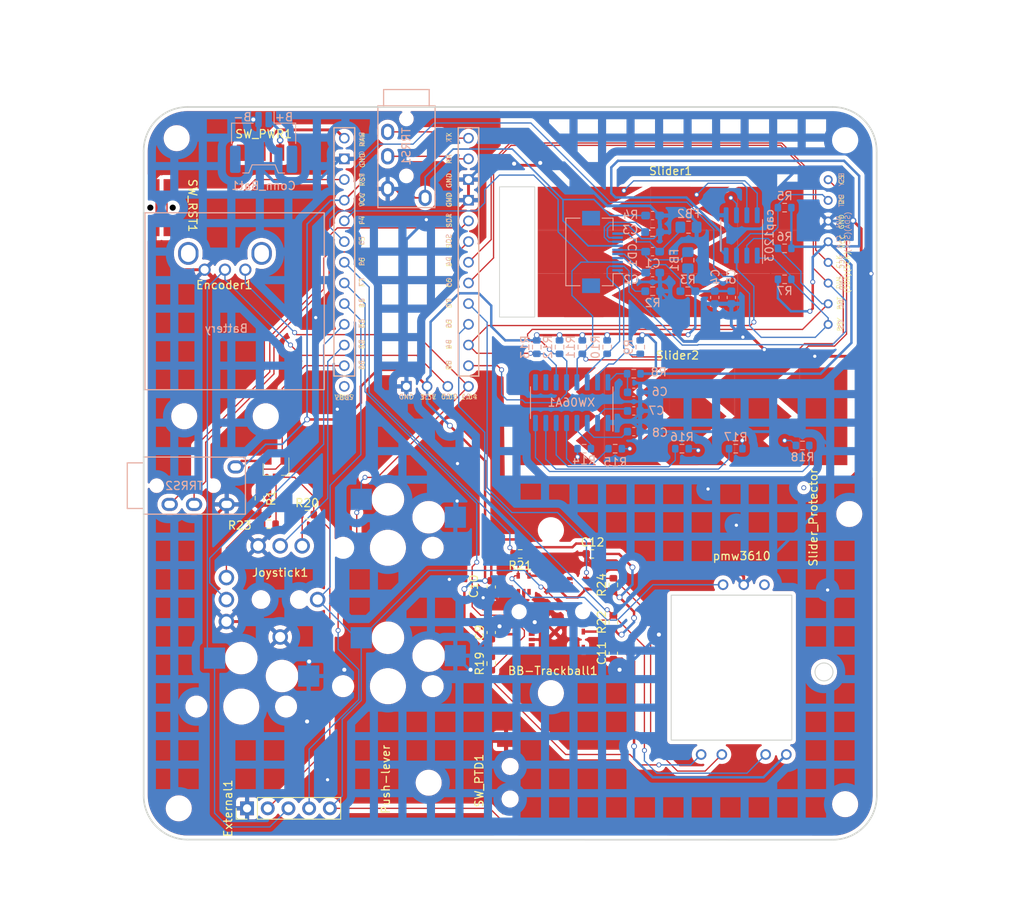
<source format=kicad_pcb>
(kicad_pcb (version 20211014) (generator pcbnew)
  (layers (0 "F.Cu" signal) (31 "B.Cu" signal) (34 "B.Paste" user) (35 "F.Paste" user) (36 "B.SilkS" user "B.Silkscreen") (37 "F.SilkS" user "F.Silkscreen") (38 "B.Mask" user) (39 "F.Mask" user) (44 "Edge.Cuts" user))
  (net 0 "")
  (net 1 "GND")
  (net 2 "PD_BTN")
  (net 3 "VDD")
  (net 4 "TB_CS")
  (net 7 "TB_CLK")
  (net 10 "TB_DIN")
  (net 13 "TB_INT")
  (net 16 "Net-(C1-Pad1)")
  (net 17 "GNDA")
  (net 18 "Net-(C2-Pad1)")
  (net 19 "Net-(C7-Pad2)")
  (net 20 "Net-(C8-Pad2)")
  (net 21 "CAP1203_INT")
  (net 22 "CAP1203_SDA")
  (net 23 "CAP1203_SCL")
  (net 24 "Net-(Slider1-Pad3)")
  (net 25 "Net-(Slider1-Pad2)")
  (net 26 "Net-(Slider1-Pad1)")
  (net 27 "VBAT")
  (net 28 "ENC_A")
  (net 29 "ENC_B")
  (net 30 "LCD_CLK")
  (net 31 "LCD_CS")
  (net 32 "LCD_DIN")
  (net 33 "EXT_VCC")
  (net 34 "Net-(Joystick1-Pad1-a)")
  (net 35 "JOYSTICK1")
  (net 36 "Net-(Joystick1-Pad2-a)")
  (net 37 "JOYSTICK2")
  (net 38 "Net-(LCD1-Pad4)")
  (net 39 "Net-(LCD1-Pad8)")
  (net 40 "TX1")
  (net 41 "RX1")
  (net 42 "TX2")
  (net 43 "RX2")
  (net 44 "JOYSTICK_CTRL")
  (net 45 "RESET")
  (net 46 "VRAW")
  (net 48 "Net-(R14-Pad1)")
  (net 49 "Net-(R14-Pad2)")
  (net 50 "Net-(R15-Pad1)")
  (net 51 "Net-(R15-Pad2)")
  (net 52 "Net-(R16-Pad1)")
  (net 53 "Net-(R16-Pad2)")
  (net 54 "Net-(R17-Pad1)")
  (net 55 "Net-(R17-Pad2)")
  (net 56 "Net-(R18-Pad1)")
  (net 57 "Net-(R18-Pad2)")
  (net 61 "Net-(C6-Pad2)")
  (footprint "mylib:BB-Trackball-EVQWJN" (layer "F.Cu") (at 130 112)
    (fp_text reference "BB-Trackball1")
    (fp_text value "BB-Trackball" hide)
  )
  (footprint "Connector_PinHeader_2.54mm:PinHeader_1x05_P2.54mm_Vertical" (layer "F.Cu") (at 92.71 136.144 90)
    (fp_text reference "External1")
    (fp_text value "Conn_01x05_Female" hide)
  )
  (footprint "MountingHole:MountingHole_2.2mm_M2" (layer "F.Cu") (at 166.116 54.102)
    (fp_text reference "MtHole2" hide)
    (fp_text value "MountingHole_2.2mm_M2")
  )
  (footprint "mylib:PMW3610-Ref-EdgeCut" (layer "F.Cu") (at 148.32 114.084)
    (fp_text reference "pmw3610")
    (fp_text value "Conn_01x06_Female")
    (fp_rect (start -3.55 -4.12) (end 11.25 13.68) (layer "Edge.Cuts") (width 0.12) (fill none))
    (fp_circle (center 15.2 5.31) (end 16.3 5.31) (layer "Edge.Cuts") (width 0.12) (fill none))
  )
  (footprint "mylib:NSI-10HS-slider-switch" (layer "F.Cu") (at 94.488 50.038)
    (fp_text reference "SW_PWR1")
    (fp_text value "SW_Battery-kbd" hide)
  )
  (footprint "mylib:YD-3414-Button" (layer "F.Cu") (at 82.213 62.38 -90)
    (fp_text reference "SW_RST1")
    (fp_text value "SW_RESET-kbd" hide)
  )
  (footprint "Resistor_SMD:R_0603_1608Metric" (layer "F.Cu") (at 137.668 108.712 90)
    (fp_text reference "R24")
    (fp_text value "10k/0")
  )
  (footprint "MountingHole:MountingHole_2.2mm_M2" (layer "F.Cu") (at 130 122)
    (fp_text reference "BB_Case1" hide)
    (fp_text value "MountingHole_2.2mm_M2" hide)
  )
  (footprint "Capacitor_SMD:C_0603_1608Metric" (layer "F.Cu") (at 135.115 104.902)
    (fp_text reference "C12")
    (fp_text value "100nF")
  )
  (footprint "MountingHole:MountingHole_2.2mm_M2" (layer "F.Cu") (at 95 88)
    (fp_text reference "Roller_Stand2" hide)
    (fp_text value "MountingHole_2.2mm_M2" hide)
  )
  (footprint "MountingHole:MountingHole_2.2mm_M2" (layer "F.Cu") (at 115 133)
    (fp_text reference "Push-lever")
    (fp_text value "MountingHole_2.2mm_M2")
  )
  (footprint "mylib:D2LS-21-Omron" (layer "F.Cu") (at 125 133 90)
    (fp_text reference "SW_PTD1")
    (fp_text value "D2LS-21")
  )
  (footprint "MountingHole:MountingHole_2.2mm_M2" (layer "F.Cu") (at 84.328 136.144)
    (fp_text reference "MtHole4" hide)
    (fp_text value "MountingHole_2.2mm_M2")
  )
  (footprint "Resistor_SMD:R_0603_1608Metric" (layer "F.Cu") (at 94.234 98.044 -90)
    (fp_text reference "R1")
    (fp_text value "2M")
  )
  (footprint "Resistor_SMD:R_0603_1608Metric" (layer "F.Cu") (at 95.388 101.255 180)
    (fp_text reference "R23")
    (fp_text value "10k/0")
  )
  (footprint "mylib:Kailh_Choc_Hotplug" (layer "F.Cu") (at 109.9975 104.1465)
    (fp_text reference "SW1" hide)
    (fp_text value "SW_PUSH-kbd" hide)
  )
  (footprint "mylib:CTS-254-Joystick" (layer "F.Cu") (at 96.774 110.508 -90)
    (fp_text reference "Joystick1")
    (fp_text value "CTS-254-Joystick" hide)
  )
  (footprint "Capacitor_SMD:C_0603_1608Metric" (layer "F.Cu") (at 122.682 108.966 90)
    (fp_text reference "C10")
    (fp_text value "100nF")
  )
  (footprint "Capacitor_SMD:C_0603_1608Metric" (layer "F.Cu") (at 122.682 114.554 90)
    (fp_text reference "C9")
    (fp_text value "100nF")
  )
  (footprint "Resistor_SMD:R_0603_1608Metric" (layer "F.Cu") (at 126.238 104.902 180)
    (fp_text reference "R21")
    (fp_text value "10k/0")
  )
  (footprint "MountingHole:MountingHole_2.2mm_M2" (layer "F.Cu") (at 166.624 100)
    (fp_text reference "Slider_Protector")
    (fp_text value "MountingHole_2.2mm_M2" hide)
  )
  (footprint "mylib:Conn_EPD" (layer "F.Cu") (at 163.372 67.818 90)
    (fp_text reference "EPD1" hide)
    (fp_text value "Conn_01x08")
  )
  (footprint "Resistor_SMD:R_0603_1608Metric" (layer "F.Cu") (at 122.682 118.364 90)
    (fp_text reference "R19")
    (fp_text value "10k/0")
  )
  (footprint "MountingHole:MountingHole_2.2mm_M2" (layer "F.Cu") (at 85 88)
    (fp_text reference "Roller_Stand1" hide)
    (fp_text value "MountingHole_2.2mm_M2" hide)
  )
  (footprint "Resistor_SMD:R_0603_1608Metric" (layer "F.Cu") (at 137.668 113.284 90)
    (fp_text reference "R22")
    (fp_text value "10k/0")
  )
  (footprint "Capacitor_SMD:C_0603_1608Metric" (layer "F.Cu") (at 137.668 117.094 90)
    (fp_text reference "C11")
    (fp_text value "100nF")
  )
  (footprint "mylib:Kailh_Choc_Hotplug" (layer "F.Cu") (at 91.9975 123.6465)
    (fp_text reference "SW2" hide)
    (fp_text value "SW_PUSH-kbd" hide)
  )
  (footprint "mylib:Encoder-Kailh" (layer "F.Cu") (at 90 70)
    (fp_text reference "Encoder1")
    (fp_text value "RotaryEncoder" hide)
  )
  (footprint "Package_TO_SOT_SMD:SOT-23" (layer "F.Cu") (at 96.266 94.488 -90)
    (fp_text reference "Q1" hide)
    (fp_text value "AO3407")
  )
  (footprint "MountingHole:MountingHole_2.2mm_M2" (layer "F.Cu") (at 166.116 135.636)
    (fp_text reference "MtHole3" hide)
    (fp_text value "MountingHole_2.2mm_M2")
  )
  (footprint "Resistor_SMD:R_0603_1608Metric" (layer "F.Cu") (at 100.076 100.076)
    (fp_text reference "R20")
    (fp_text value "10k/0")
  )
  (footprint "mylib:Kailh_Choc_Hotplug" (layer "F.Cu") (at 109.9975 121.1465)
    (fp_text reference "SW3" hide)
    (fp_text value "SW_PUSH-kbd" hide)
  )
  (footprint "mylib:ProMacroLite_Partial" (layer "F.Cu") (at 112.268 67.818)
    (fp_text reference "MCU1" hide)
    (fp_text value "ProMacro-Lite-Partial")
  )
  (footprint "MountingHole:MountingHole_2.2mm_M2" (layer "F.Cu") (at 84.073999 53.848)
    (fp_text reference "MtHole1" hide)
    (fp_text value "MountingHole_2.2mm_M2")
  )
  (footprint "mylib:TouchSlider-3_32x16mm" (layer "F.Cu") (at 144.694223 67.818)
    (fp_text reference "Slider1")
    (fp_text value "Conn_01x03_Male" hide)
  )
  (footprint "mylib:TouchSlider-5_40x12mm" (layer "F.Cu") (at 146.304 88)
    (fp_text reference "Slider2")
    (fp_text value "Conn_01x05_Male" hide)
  )
  (footprint "MountingHole:MountingHole_2.2mm_M2" (layer "F.Cu") (at 130 102)
    (fp_text reference "BB_Case2" hide)
    (fp_text value "MountingHole_2.2mm_M2" hide)
  )
  (footprint "Resistor_SMD:R_0603_1608Metric" (layer "B.Cu") (at 158.688 71.18)
    (fp_text reference "R7")
    (fp_text value "10k/0")
  )
  (footprint "Resistor_SMD:R_0603_1608Metric" (layer "B.Cu") (at 160.888 91.58)
    (fp_text reference "R18")
    (fp_text value "1K")
  )
  (footprint "Resistor_SMD:R_0603_1608Metric_Pad0.98x0.95mm_HandSolder" (layer "B.Cu") (at 146.812 72.644 180)
    (fp_text reference "R3")
    (fp_text value "10k")
  )
  (footprint "mylib:XW06A" (layer "B.Cu") (at 132.5565 86.3285 90)
    (fp_text reference "XW06A1")
    (fp_text value "XW06A-SOP16L")
  )
  (footprint "Resistor_SMD:R_0603_1608Metric" (layer "B.Cu") (at 128.27 79.502 -90)
    (fp_text reference "R13")
    (fp_text value "10k/0")
  )
  (footprint "Resistor_SMD:R_0603_1608Metric" (layer "B.Cu") (at 131.064 79.502 -90)
    (fp_text reference "R12")
    (fp_text value "10k/0")
  )
  (footprint "Resistor_SMD:R_0603_1608Metric_Pad0.98x0.95mm_HandSolder" (layer "B.Cu") (at 142.494 72.644)
    (fp_text reference "R2")
    (fp_text value "10k")
  )
  (footprint "Resistor_SMD:R_0805_2012Metric_Pad1.20x1.40mm_HandSolder" (layer "B.Cu") (at 146.812 68.834 -90)
    (fp_text reference "FB1")
    (fp_text value "Ferrite_Bead_Small")
  )
  (footprint "Capacitor_SMD:C_0603_1608Metric_Pad1.08x0.95mm_HandSolder" (layer "B.Cu") (at 142.494 70.358)
    (fp_text reference "C2")
    (fp_text value "560pF/680pF")
  )
  (footprint "Resistor_SMD:R_0603_1608Metric" (layer "B.Cu") (at 136.906 79.502 -90)
    (fp_text reference "R10")
    (fp_text value "10k/0")
  )
  (footprint "Capacitor_SMD:C_0603_1608Metric_Pad1.08x0.95mm_HandSolder" (layer "B.Cu") (at 142.488 63.348)
    (fp_text reference "C3")
    (fp_text value "1uF ")
  )
  (footprint "Resistor_SMD:R_0805_2012Metric_Pad1.20x1.40mm_HandSolder" (layer "B.Cu") (at 146.888 64.78 180)
    (fp_text reference "FB2")
    (fp_text value "Ferrite_Bead_Small")
  )
  (footprint "Resistor_SMD:R_0603_1608Metric" (layer "B.Cu") (at 158.688 67.38 180)
    (fp_text reference "R6")
    (fp_text value "10k/0")
  )
  (footprint "Capacitor_SMD:C_0603_1608Metric" (layer "B.Cu") (at 150.114 73.406 -90)
    (fp_text reference "C4")
    (fp_text value "0.1uF")
  )
  (footprint "Resistor_SMD:R_0603_1608Metric" (layer "B.Cu") (at 134.088 91.98)
    (fp_text reference "R14")
    (fp_text value "1K")
  )
  (footprint "Resistor_SMD:R_0603_1608Metric" (layer "B.Cu") (at 137.888 91.98 180)
    (fp_text reference "R15")
    (fp_text value "1K")
  )
  (footprint "Resistor_SMD:R_0603_1608Metric" (layer "B.Cu") (at 158.688 62.38 180)
    (fp_text reference "R5")
    (fp_text value "10k/0")
  )
  (footprint "Capacitor_SMD:C_0603_1608Metric" (layer "B.Cu") (at 140.1765 85.0585 180)
    (fp_text reference "C6")
    (fp_text value "100nF")
  )
  (footprint "Capacitor_SMD:C_0603_1608Metric" (layer "B.Cu") (at 152.146 73.406 -90)
    (fp_text reference "C5")
    (fp_text value "1uF")
  )
  (footprint "Capacitor_SMD:C_0603_1608Metric" (layer "B.Cu") (at 140.1765 89.8845 180)
    (fp_text reference "C8")
    (fp_text value "5pF")
  )
  (footprint "Resistor_SMD:R_0603_1608Metric" (layer "B.Cu") (at 140.1765 82.7725 180)
    (fp_text reference "R8")
    (fp_text value "20")
  )
  (footprint "mylib:Molex_Panelmate_53780-0270_1x02-1MP_P1.25mm_Horizontal" (layer "B.Cu") (at 94.742 54.362 180)
    (fp_text reference "Conn_Bat1")
    (fp_text value "Conn_01x02_Female" hide)
  )
  (footprint "Capacitor_SMD:C_0603_1608Metric" (layer "B.Cu") (at 140.1765 87.3445 180)
    (fp_text reference "C7")
    (fp_text value "4.7nF")
  )
  (footprint "Resistor_SMD:R_0603_1608Metric" (layer "B.Cu") (at 146.088 91.98 180)
    (fp_text reference "R16")
    (fp_text value "1K")
  )
  (footprint "Capacitor_SMD:C_0603_1608Metric_Pad1.08x0.95mm_HandSolder" (layer "B.Cu") (at 142.488 67.78)
    (fp_text reference "C1")
    (fp_text value "1uF")
  )
  (footprint "mylib:TRRS-PJ-320A" (layer "B.Cu") (at 112.268 49.8755 180)
    (fp_text reference "TPRS1")
    (fp_text value "SK_TPRS-kbd" hide)
  )
  (footprint "Resistor_SMD:R_0603_1608Metric" (layer "B.Cu") (at 152.688 91.98 180)
    (fp_text reference "R17")
    (fp_text value "1K")
  )
  (footprint "Resistor_SMD:R_0603_1608Metric" (layer "B.Cu") (at 133.858 79.502 -90)
    (fp_text reference "R11")
    (fp_text value "10k/0")
  )
  (footprint "Package_SO:SOIC-8_3.9x4.9mm_P1.27mm" (layer "B.Cu") (at 153.416 65.786 90)
    (fp_text reference "cap1203")
    (fp_text value "CAP1203")
  )
  (footprint "mylib:TRRS-PJ-320A" (layer "B.Cu") (at 80.01 96.52 -90)
    (fp_text reference "TPRS2")
    (fp_text value "SK_TPRS-kbd" hide)
  )
  (footprint "Resistor_SMD:R_0603_1608Metric_Pad0.98x0.95mm_HandSolder" (layer "B.Cu") (at 142.488 65.38 180)
    (fp_text reference "R4")
    (fp_text value "10k")
  )
  (footprint "Connector_FFC-FPC:Hirose_FH12-10S-0.5SH_1x10-1MP_P0.50mm_Horizontal" (layer "B.Cu") (at 136.332 67.818 90)
    (fp_text reference "LCD1")
    (fp_text value "Conn_01x10" hide)
  )
  (footprint "Resistor_SMD:R_0603_1608Metric" (layer "B.Cu") (at 140.97 79.502 -90)
    (fp_text reference "R9")
    (fp_text value "10k/0")
  )
  (gr_rect (start 80.186 63.013) (end 102.186 84.738) (layer "B.SilkS") (width 0.15) (fill none))
  (gr_line (start 170 134.6) (end 169.981623 55.418377) (layer "Edge.Cuts") (width 0.2))
  (gr_line (start 80.018377 55.418377) (end 80.018377 134.581623) (layer "Edge.Cuts") (width 0.2))
  (gr_arc (start 80.018377 55.418377) (mid 81.6 51.6) (end 85.418377 50.018377) (layer "Edge.Cuts") (width 0.2))
  (gr_arc (start 170 134.6) (mid 168.418377 138.418377) (end 164.6 140) (layer "Edge.Cuts") (width 0.2))
  (gr_rect locked (start 123.698 59.817) (end 128.016 75.819) (layer "Edge.Cuts") (width 0.1) (fill none))
  (gr_line (start 85.418377 50.018377) (end 164.581623 50.018377) (layer "Edge.Cuts") (width 0.2))
  (gr_arc (start 164.581623 50.018377) (mid 168.4 51.6) (end 169.981623 55.418377) (layer "Edge.Cuts") (width 0.2))
  (gr_line (start 164.6 140) (end 85.418377 139.981623) (layer "Edge.Cuts") (width 0.2))
  (gr_arc (start 85.418377 139.981623) (mid 81.6 138.4) (end 80.018377 134.581623) (layer "Edge.Cuts") (width 0.2))
  (gr_text "Battery" (at 90.17 77.216) (layer "B.SilkS") (effects (font (size 1 1)) (justify mirror)))
  (via (at 161.038 96.78) (size 0.6) (drill 0.4) (layers "F.Cu" "B.Cu") (net 0))
  (segment (start 122.682 109.741) (end 123.66161 110.72061) (width 0.35) (layer "F.Cu") (net 1))
  (segment (start 109.968 60.0755) (end 110.9335 60.0755) (width 0.35) (layer "F.Cu") (net 1))
  (segment (start 137.668 118.364) (end 137.668 117.869) (width 0.35) (layer "F.Cu") (net 1))
  (segment (start 115.824 57.15) (end 117.602 58.928) (width 0.35) (layer "F.Cu") (net 1))
  (segment (start 132.895022 115.316) (end 133.33 115.750978) (width 0.35) (layer "F.Cu") (net 1))
  (segment (start 124.5 123.484) (end 120.142 119.126) (width 0.35) (layer "F.Cu") (net 1))
  (segment (start 88.138 53.34) (end 88.138 55.372) (width 0.35) (layer "F.Cu") (net 1))
  (segment (start 89.916 51.562) (end 88.138 53.34) (width 0.35) (layer "F.Cu") (net 1))
  (segment (start 168.088 81.255) (end 168.088 80.63) (width 0.35) (layer "F.Cu") (net 1))
  (segment (start 153.67 107.696) (end 152.4 106.426) (width 0.35) (layer "F.Cu") (net 1))
  (segment (start 87.376 110.41) (end 90.174 113.208) (width 0.35) (layer "F.Cu") (net 1))
  (segment (start 128.716 113.284) (end 128.833274 113.166726) (width 0.35) (layer "F.Cu") (net 1))
  (segment (start 92.964 105.018) (end 94.074 103.908) (width 0.35) (layer "F.Cu") (net 1))
  (segment (start 81.637521 64.480479) (end 81.363 64.755) (width 0.35) (layer "F.Cu") (net 1))
  (segment (start 83.97 70) (end 87.5 70) (width 0.35) (layer "F.Cu") (net 1))
  (segment (start 137.655 117.856) (end 137.668 117.869) (width 0.35) (layer "F.Cu") (net 1))
  (segment (start 81.212521 59.854521) (end 81.637521 60.279521) (width 0.35) (layer "F.Cu") (net 1))
  (segment (start 119.126 118.11) (end 120.142 119.126) (width 0.35) (layer "F.Cu") (net 1))
  (segment (start 90.174 113.208) (end 94.874 113.208) (width 0.35) (layer "F.Cu") (net 1))
  (segment (start 92.71 136.144) (end 92.71 132.842) (width 0.35) (layer "F.Cu") (net 1))
  (segment (start 118.488 93.855) (end 118.488 98.405) (width 0.35) (layer "F.Cu") (net 1))
  (segment (start 168.088 81.255) (end 168.088 64.98) (width 0.35) (layer "F.Cu") (net 1))
  (segment (start 90.21 98.82) (end 94.185 98.82) (width 0.35) (layer "F.Cu") (net 1))
  (segment (start 153.67 108.684) (end 168.088 94.266) (width 0.35) (layer "F.Cu") (net 1))
  (segment (start 88.138 55.372) (end 86.106 57.404) (width 0.35) (layer "F.Cu") (net 1))
  (segment (start 126.67 109.56) (end 126.67 110.72061) (width 0.35) (layer "F.Cu") (net 1))
  (segment (start 128.016 113.284) (end 128.716 113.284) (width 0.35) (layer "F.Cu") (net 1))
  (segment (start 125.488 56.98) (end 125.688 57.18) (width 0.35) (layer "F.Cu") (net 1))
  (segment (start 117.602 58.928) (end 119.888 58.928) (width 0.35) (layer "F.Cu") (net 1))
  (segment (start 138.43 119.126) (end 137.668 118.364) (width 0.35) (layer "F.Cu") (net 1))
  (segment (start 127.645 115.415) (end 129.554848 115.415) (width 0.35) (layer "F.Cu") (net 1))
  (segment (start 129.554848 115.415) (end 130.459619 114.510229) (width 0.35) (layer "F.Cu") (net 1))
  (segment (start 134.34 105.282) (end 135.638 106.58) (width 0.35) (layer "F.Cu") (net 1))
  (segment (start 146.05 106.426) (end 143.256 109.22) (width 0.35) (layer "F.Cu") (net 1))
  (segment (start 122.682 113.779) (end 123.685 113.779) (width 0.35) (layer "F.Cu") (net 1))
  (segment (start 99.776 118.11) (end 100.33 118.11) (width 0.35) (layer "F.Cu") (net 1))
  (segment (start 81.637521 60.279521) (end 81.637521 64.480479) (width 0.35) (layer "F.Cu") (net 1))
  (segment (start 94.874 113.208) (end 96.774 115.108) (width 0.35) (layer "F.Cu") (net 1))
  (segment (start 117.538 108.03) (end 118.488 107.08) (width 0.35) (layer "F.Cu") (net 1))
  (segment (start 82.804 57.404) (end 81.212521 58.995479) (width 0.35) (layer "F.Cu") (net 1))
  (segment (start 156.188 79.805) (end 154.663 78.28) (width 0.35) (layer "F.Cu") (net 1))
  (segment (start 105.41 118.364) (end 110.236 118.364) (width 0.35) (layer "F.Cu") (net 1))
  (segment (start 131.26539 115.316) (end 132.895022 115.316) (width 0.35) (layer "F.Cu") (net 1))
  (segment (start 154.663 78.28) (end 153.563 78.28) (width 0.35) (layer "F.Cu") (net 1))
  (segment (start 117.501 63.855) (end 119.888 61.468) (width 0.35) (layer "F.Cu") (net 1))
  (segment (start 93.472 51.562) (end 89.916 51.562) (width 0.35) (layer "F.Cu") (net 1))
  (segment (start 92.964 110.418) (end 92.964 105.018) (width 0.35) (layer "F.Cu") (net 1))
  (segment (start 135.638 106.58) (end 138.338 106.58) (width 0.35) (layer "F.Cu") (net 1))
  (segment (start 90.21 98.82) (end 87.376 101.654) (width 0.35) (layer "F.Cu") (net 1))
  (segment (start 138.338 106.58) (end 140.963 109.205) (width 0.35) (layer "F.Cu") (net 1))
  (segment (start 140.963 109.205) (end 143.241 109.205) (width 0.35) (layer "F.Cu") (net 1))
  (segment (start 133.33 116.42) (end 133.33 117.13) (width 0.35) (layer "F.Cu") (net 1))
  (segment (start 128.396375 57.18) (end 128.692516 56.883859) (width 0.35) (layer "F.Cu") (net 1))
  (segment (start 118.538 93.805) (end 118.488 93.855) (width 0.35) (layer "F.Cu") (net 1))
  (segment (start 130.81 106.934) (end 132.842 104.902) (width 0.35) (layer "F.Cu") (net 1))
  (segment (start 94.185 98.82) (end 94.234 98.869) (width 0.35) (layer "F.Cu") (net 1))
  (segment (start 125.688 57.18) (end 128.396375 57.18) (width 0.35) (layer "F.Cu") (net 1))
  (segment (start 123.66161 110.72061) (end 126.67 110.72061) (width 0.35) (layer "F.Cu") (net 1))
  (segment (start 81.363 67.393) (end 83.97 70) (width 0.35) (layer "F.Cu") (net 1))
  (segment (start 110.744 57.912) (end 111.506 57.15) (width 0.35) (layer "F.Cu") (net 1))
  (segment (start 134.34 104.902) (end 134.34 105.282) (width 0.35) (layer "F.Cu") (net 1))
  (segment (start 168.088 80.63) (end 162.388 80.63) (width 0.35) (layer "F.Cu") (net 1))
  (segment (start 124.5 127.85) (end 124.5 123.484) (width 0.35) (layer "F.Cu") (net 1))
  (segment (start 92.71 132.842) (end 100.076 125.476) (width 0.35) (layer "F.Cu") (net 1))
  (segment (start 130.81 107.78) (end 130.81 106.934) (width 0.35) (layer "F.Cu") (net 1))
  (segment (start 104.648 119.126) (end 105.41 118.364) (width 0.35) (layer "F.Cu") (net 1))
  (segment (start 130.459619 114.510229) (end 131.26539 115.316) (width 0.35) (layer "F.Cu") (net 1))
  (segment (start 96.774 115.108) (end 99.776 118.11) (width 0.35) (layer "F.Cu") (net 1))
  (segment (start 122.428 113.792) (end 123.698 113.792) (width 0.35) (layer "F.Cu") (net 1))
  (segment (start 128.833274 113.166726) (end 128.833274 112.883884) (width 0.35) (layer "F.Cu") (net 1))
  (segment (start 123.685 113.779) (end 123.698 113.792) (width 0.35) (layer "F.Cu") (net 1))
  (segment (start 128.833274 113.166726) (end 129.116116 113.166726) (width 0.35) (layer "F.Cu") (net 1))
  (segment (start 104.648 56.388) (end 106.68 56.388) (width 0.35) (layer "F.Cu") (net 1))
  (segment (start 131.615 108.585) (end 130.81 107.78) (width 0.35) (layer "F.Cu") (net 1))
  (segment (start 108.204 57.912) (end 110.744 57.912) (width 0.35) (layer "F.Cu") (net 1))
  (segment (start 114.713 63.855) (end 117.501 63.855) (width 0.35) (layer "F.Cu") (net 1))
  (segment (start 86.106 57.404) (end 82.804 57.404) (width 0.35) (layer "F.Cu") (net 1))
  (segment (start 126.67 110.72061) (end 127.489771 111.540381) (width 0.35) (layer "F.Cu") (net 1))
  (segment (start 132.842 104.902) (end 134.34 104.902) (width 0.35) (layer "F.Cu") (net 1))
  (segment (start 110.9335 60.0755) (end 114.713 63.855) (width 0.35) (layer "F.Cu") (net 1))
  (segment (start 128.833274 112.883884) (end 127.489771 111.540381) (width 0.35) (layer "F.Cu") (net 1))
  (segment (start 111.506 57.15) (end 115.824 57.15) (width 0.35) (layer "F.Cu") (net 1))
  (segment (start 106.68 56.388) (end 108.204 57.912) (width 0.35) (layer "F.Cu") (net 1))
  (segment (start 122.227 109.741) (end 121.688 110.28) (width 0.35) (layer "F.Cu") (net 1))
  (segment (start 110.236 118.364) (end 114.046 114.554) (width 0.35) (layer "F.Cu") (net 1))
  (segment (start 114.046 114.554) (end 116.586 114.554) (width 0.35) (layer "F.Cu") (net 1))
  (segment (start 153.67 108.684) (end 153.67 107.696) (width 0.35) (layer "F.Cu") (net 1))
  (segment (start 143.241 109.205) (end 143.256 109.22) (width 0.35) (layer "F.Cu") (net 1))
  (segment (start 90.174 113.208) (end 92.964 110.418) (width 0.35) (layer "F.Cu") (net 1))
  (segment (start 133.33 117.13) (end 134.056 117.856) (width 0.35) (layer "F.Cu") (net 1))
  (segment (start 118.488 107.08) (end 118.488 98.405) (width 0.35) (layer "F.Cu") (net 1))
  (segment (start 152.4 106.426) (end 146.05 106.426) (width 0.35) (layer "F.Cu") (net 1))
  (segment (start 129.116116 113.166726) (end 130.459619 114.510229) (width 0.35) (layer "F.Cu") (net 1))
  (segment (start 132.325 108.585) (end 131.615 108.585) (width 0.35) (layer "F.Cu") (net 1))
  (segment (start 81.363 64.755) (end 81.363 67.393) (width 0.35) (layer "F.Cu") (net 1))
  (segment (start 143.256 109.22) (end 143.256 114.808) (width 0.35) (layer "F.Cu") (net 1))
  (segment (start 119.126 117.094) (end 119.126 118.11) (width 0.35) (layer "F.Cu") (net 1))
  (segment (start 134.056 117.856) (end 137.655 117.856) (width 0.35) (layer "F.Cu") (net 1))
  (segment (start 119.888 58.928) (end 119.888 61.468) (width 0.35) (layer "F.Cu") (net 1))
  (segment (start 87.376 101.654) (end 87.376 110.41) (width 0.35) (layer "F.Cu") (net 1))
  (segment (start 133.33 115.750978) (end 133.33 116.42) (width 0.35) (layer "F.Cu") (net 1))
  (segment (start 168.088 94.266) (end 168.088 81.255) (width 0.35) (layer "F.Cu") (net 1))
  (segment (start 122.682 109.741) (end 122.227 109.741) (width 0.35) (layer "F.Cu") (net 1))
  (segment (start 81.212521 58.995479) (end 81.212521 59.854521) (width 0.35) (layer "F.Cu") (net 1))
  (segment (start 168.088 64.98) (end 167.088 63.98) (width 0.35) (layer "F.Cu") (net 1))
  (segment (start 116.586 114.554) (end 119.126 117.094) (width 0.35) (layer "F.Cu") (net 1))
  (via (at 123.698 113.792) (size 0.8) (drill 0.5) (layers "F.Cu" "B.Cu") (net 1))
  (via (at 128.016 113.284) (size 0.8) (drill 0.5) (layers "F.Cu" "B.Cu") (net 1))
  (via (at 125.488 56.98) (size 0.8) (drill 0.5) (layers "F.Cu" "B.Cu") (net 1))
  (via (at 100.076 125.476) (size 0.8) (drill 0.5) (layers "F.Cu" "B.Cu") (net 1))
  (via (at 117.538 108.03) (size 0.6) (drill 0.4) (layers "F.Cu" "B.Cu") (net 1))
  (via (at 114.713 63.855) (size 0.6) (drill 0.4) (layers "F.Cu" "B.Cu") (net 1))
  (via (at 128.692516 56.883859) (size 0.8) (drill 0.5) (layers "F.Cu" "B.Cu") (net 1))
  (via (at 93.472 51.562) (size 0.8) (drill 0.5) (layers "F.Cu" "B.Cu") (net 1))
  (via (at 102.588 132.63) (size 0.6) (drill 0.4) (layers "F.Cu" "B.Cu") (net 1))
  (via (at 163.963 109.33) (size 0.6) (drill 0.4) (layers "F.Cu" "B.Cu") (net 1))
  (via (at 156.188 79.805) (size 0.6) (drill 0.4) (layers "F.Cu" "B.Cu") (net 1))
  (via (at 167.088 63.98) (size 0.8) (drill 0.5) (layers "F.Cu" "B.Cu") (net 1))
  (via (at 162.388 80.63) (size 0.6) (drill 0.4) (layers "F.Cu" "B.Cu") (net 1))
  (via (at 101.138 75.88) (size 0.6) (drill 0.4) (layers "F.Cu" "B.Cu") (net 1))
  (via (at 153.563 78.28) (size 0.6) (drill 0.4) (layers "F.Cu" "B.Cu") (net 1))
  (via (at 103.788 87.13) (size 0.6) (drill 0.4) (layers "F.Cu" "B.Cu") (net 1))
  (via (at 120.142 119.126) (size 0.8) (drill 0.5) (layers "F.Cu" "B.Cu") (net 1))
  (via (at 169.288 70.48) (size 0.6) (drill 0.4) (layers "F.Cu" "B.Cu") (net 1))
  (via (at 100.33 118.11) (size 0.8) (drill 0.5) (layers "F.Cu" "B.Cu") (net 1))
  (via (at 152.763 101.38) (size 0.6) (drill 0.4) (layers "F.Cu" "B.Cu") (net 1))
  (via (at 104.648 119.126) (size 0.8) (drill 0.5) (layers "F.Cu" "B.Cu") (net 1))
  (via (at 149.288 96.93) (size 0.6) (drill 0.4) (layers "F.Cu" "B.Cu") (net 1))
  (via (at 143.256 114.808) (size 0.8) (drill 0.5) (layers "F.Cu" "B.Cu") (net 1))
  (via (at 118.488 98.405) (size 0.6) (drill 0.4) (layers "F.Cu" "B.Cu") (net 1))
  (via (at 121.688 110.28) (size 0.6) (drill 0.4) (layers "F.Cu" "B.Cu") (net 1))
  (via (at 138.43 119.126) (size 0.8) (drill 0.5) (layers "F.Cu" "B.Cu") (net 1))
  (via (at 118.538 93.805) (size 0.6) (drill 0.4) (layers "F.Cu" "B.Cu") (net 1))
  (segment (start 117.438 109.405) (end 117.438 108.13) (width 0.35) (layer "B.Cu") (net 1))
  (segment (start 156.188 79.805) (end 161.563 79.805) (width 0.35) (layer "B.Cu") (net 1))
  (segment (start 143.4005 65.38) (end 143.4005 63.398) (width 0.35) (layer "B.Cu") (net 1))
  (segment (start 112.268 66.3) (end 114.713 63.855) (width 0.35) (layer "B.Cu") (net 1))
  (segment (start 142.162011 62.159511) (end 136.917511 62.159511) (width 0.35) (layer "B.Cu") (net 1))
  (segment (start 137.288 64.58) (end 139.52854 64.58) (width 0.2) (layer "B.Cu") (net 1))
  (segment (start 138.182 66.068) (end 137.147612 66.068) (width 0.2) (layer "B.Cu") (net 1))
  (segment (start 120.142 119.126) (end 120.142 117.348) (width 0.35) (layer "B.Cu") (net 1))
  (segment (start 93.472 51.562) (end 94.117 51.562) (width 0.35) (layer "B.Cu") (net 1))
  (segment (start 100.33 118.11) (end 100.33 119.839) (width 0.35) (layer "B.Cu") (net 1))
  (segment (start 120.002 119.126) (end 118.2725 117.3965) (width 0.35) (layer "B.Cu") (net 1))
  (segment (start 120.142 119.126) (end 120.002 119.126) (width 0.35) (layer "B.Cu") (net 1))
  (segment (start 147.056 63.348) (end 147.888 64.18) (width 0.35) (layer "B.Cu") (net 1))
  (segment (start 151.511 64.228) (end 152.263 64.98) (width 0.35) (layer "B.Cu") (net 1))
  (segment (start 147.838 78.805) (end 150.114 76.529) (width 0.35) (layer "B.Cu") (net 1))
  (segment (start 100.33 119.839) (end 100.2725 119.8965) (width 0.35) (layer "B.Cu") (net 1))
  (segment (start 152.146 76.863) (end 153.563 78.28) (width 0.35) (layer "B.Cu") (net 1))
  (segment (start 131.641859 56.883859) (end 128.692516 56.883859) (width 0.35) (layer "B.Cu") (net 1))
  (segment (start 123.698 113.792) (end 127.508 113.792) (width 0.35) (layer "B.Cu") (net 1))
  (segment (start 150.114 76.529) (end 150.114 74.181) (width 0.35) (layer "B.Cu") (net 1))
  (segment (start 136.941489 64.926511) (end 137.288 64.58) (width 0.2) (layer "B.Cu") (net 1))
  (segment (start 141.12854 66.18) (end 142.6005 66.18) (width 0.2) (layer "B.Cu") (net 1))
  (segment (start 119.888 58.928) (end 121.836 56.98) (width 0.35) (layer "B.Cu") (net 1))
  (segment (start 143.3505 63.348) (end 142.162011 62.159511) (width 0.35) (layer "B.Cu") (net 1))
  (segment (start 145.063 77.555) (end 146.313 78.805) (width 0.35) (layer "B.Cu") (net 1))
  (segment (start 94.117 51.562) (end 94.117 57.287) (width 0.35) (layer "B.Cu") (net 1))
  (segment (start 143.4065 72.644) (end 145.063 74.3005) (width 0.35) (layer "B.Cu") (net 1))
  (segment (start 156.688 61.18) (end 160.488 57.38) (width 0.35) (layer "B.Cu") (net 1))
  (segment (start 137.2155 88.6145) (end 139.9355 88.6145) (width 0.35) (layer "B.Cu") (net 1))
  (segment (start 121.836 56.98) (end 125.488 56.98) (width 0.35) (layer "B.Cu") (net 1))
  (segment (start 156.288 64.98) (end 156.688 64.58) (width 0.35) (layer "B.Cu") (net 1))
  (segment (start 156.688 64.58) (end 156.688 61.18) (width 0.35) (layer "B.Cu") (net 1))
  (segment (start 162.3925 89.8845) (end 164.084 91.576) (width 0.35) (layer "B.Cu") (net 1))
  (segment (start 143.4005 63.398) (end 143.3505 63.348) (width 0.35) (layer "B.Cu") (net 1))
  (segment (start 143.256 114.808) (end 138.938 119.126) (width 0.35) (layer "B.Cu") (net 1))
  (segment (start 164.084 98.27) (end 153.67 108.684) (width 0.35) (layer "B.Cu") (net 1))
  (segment (start 139.9355 88.608) (end 140.9515 87.592) (width 0.35) (layer "B.Cu") (net 1))
  (segment (start 103.632 118.11) (end 104.648 119.126) (width 0.35) (layer "B.Cu") (net 1))
  (segment (start 100.33 118.11) (end 103.632 118.11) (width 0.35) (layer "B.Cu") (net 1))
  (segment (start 127.508 113.792) (end 128.016 113.284) (width 0.35) (layer "B.Cu") (net 1))
  (segment (start 152.146 74.181) (end 152.146 76.863) (width 0.35) (layer "B.Cu") (net 1))
  (segment (start 101.346 59.182) (end 104.14 56.388) (width 0.35) (layer "B.Cu") (net 1))
  (segment (start 118.313 110.28) (end 117.438 109.405) (width 0.35) (layer "B.Cu") (net 1))
  (segment (start 165.688 57.38) (end 167.088 58.78) (width 0.35) (layer "B.Cu") (net 1))
  (segment (start 143.3505 63.348) (end 147.056 63.348) (width 0.35) (layer "B.Cu") (net 1))
  (segment (start 118.488 98.405) (end 118.488 100.181) (width 0.35) (layer "B.Cu") (net 1))
  (segment (start 143.3565 70.358) (end 143.3565 72.594) (width 0.35) (layer "B.Cu") (net 1))
  (segment (start 140.9515 85.0585) (end 140.9515 87.3445) (width 0.35) (layer "B.Cu") (net 1))
  (segment (start 143.3565 72.594) (end 143.4065 72.644) (width 0.35) (layer "B.Cu") (net 1))
  (segment (start 137.0015 88.8285) (end 137.2155 88.6145) (width 0.35) (layer "B.Cu") (net 1))
  (segment (start 112.268 87.535) (end 118.538 93.805) (width 0.35) (layer "B.Cu") (net 1))
  (segment (start 94.117 57.287) (end 96.012 59.182) (width 0.35) (layer "B.Cu") (net 1))
  (segment (start 147.888 64.18) (end 147.888 64.78) (width 0.35) (layer "B.Cu") (net 1))
  (segment (start 150.114 74.181) (end 152.146 74.181) (width 0.35) (layer "B.Cu") (net 1))
  (segment (start 151.511 63.311) (end 151.511 64.228) (width 0.35) (layer "B.Cu") (net 1))
  (segment (start 104.14 56.388) (end 104.648 56.388) (width 0.35) (layer "B.Cu") (net 1))
  (segment (start 120.142 117.348) (end 123.698 113.792) (width 0.35) (layer "B.Cu") (net 1))
  (segment (start 140.9515 89.8845) (end 162.3925 89.8845) (width 0.35) (layer "B.Cu") (net 1))
  (segment (start 136.917511 62.159511) (end 131.641859 56.883859) (width 0.35) (layer "B.Cu") (net 1))
  (segment (start 137.147612 66.068) (end 136.941489 65.861877) (width 0.2) (layer "B.Cu") (net 1))
  (segment (start 100.076 125.476) (end 100.2725 125.2795) (width 0.35) (layer "B.Cu") (net 1))
  (segment (start 121.688 110.28) (end 118.313 110.28) (width 0.35) (layer "B.Cu") (net 1))
  (segment (start 117.438 108.13) (end 117.538 108.03) (width 0.35) (layer "B.Cu") (net 1))
  (segment (start 139.9355 88.6145) (end 139.9355 88.608) (width 0.35) (layer "B.Cu") (net 1))
  (segment (start 152.263 64.98) (end 156.288 64.98) (width 0.35) (layer "B.Cu") (net 1))
  (segment (start 112.268 84.328) (end 112.268 87.535) (width 0.35) (layer "B.Cu") (net 1))
  (segment (start 164.032 64.026) (end 167.042 64.026) (width 0.35) (layer "B.Cu") (net 1))
  (segment (start 161.563 79.805) (end 162.388 80.63) (width 0.35) (layer "B.Cu") (net 1))
  (segment (start 139.52854 64.58) (end 141.12854 66.18) (width 0.2) (layer "B.Cu") (net 1))
  (segment (start 139.9355 88.6145) (end 140.9515 89.6305) (width 0.35) (layer "B.Cu") (net 1))
  (segment (start 96.012 59.182) (end 101.346 59.182) (width 0.35) (layer "B.Cu") (net 1))
  (segment (start 136.941489 65.861877) (end 136.941489 64.926511) (width 0.2) (layer "B.Cu") (net 1))
  (segment (start 138.938 119.126) (end 138.43 119.126) (width 0.35) (layer "B.Cu") (net 1))
  (segment (start 112.268 84.328) (end 112.268 66.3) (width 0.35) (layer "B.Cu") (net 1))
  (segment (start 145.063 74.3005) (end 145.063 77.555) (width 0.35) (layer "B.Cu") (net 1))
  (segment (start 146.313 78.805) (end 147.838 78.805) (width 0.35) (layer "B.Cu") (net 1))
  (segment (start 164.084 91.576) (end 164.084 98.27) (width 0.35) (layer "B.Cu") (net 1))
  (segment (start 140.9515 87.592) (end 140.9515 87.3445) (width 0.35) (layer "B.Cu") (net 1))
  (segment (start 142.6005 66.18) (end 143.4005 65.38) (width 0.2) (layer "B.Cu") (net 1))
  (segment (start 167.088 58.78) (end 167.088 63.98) (width 0.35) (layer "B.Cu") (net 1))
  (segment (start 167.042 64.026) (end 167.088 63.98) (width 0.35) (layer "B.Cu") (net 1))
  (segment (start 160.488 57.38) (end 165.688 57.38) (width 0.35) (layer "B.Cu") (net 1))
  (segment (start 118.488 100.181) (end 118.2725 100.3965) (width 0.35) (layer "B.Cu") (net 1))
  (segment (start 100.2725 125.2795) (end 100.2725 119.8965) (width 0.35) (layer "B.Cu") (net 1))
  (segment (start 131.166726 111.116116) (end 132.510229 112.459619) (width 0.16) (layer "F.Cu") (net 2))
  (segment (start 102.87 136.144) (end 122.494 136.144) (width 0.16) (layer "F.Cu") (net 2))
  (segment (start 130.883884 110.833274) (end 131.166726 110.833274) (width 0.16) (layer "F.Cu") (net 2))
  (segment (start 122.494 136.144) (end 124.5 138.15) (width 0.16) (layer "F.Cu") (net 2))
  (segment (start 131.166726 110.833274) (end 131.166726 111.116116) (width 0.16) (layer "F.Cu") (net 2))
  (segment (start 129.540381 109.489771) (end 130.883884 110.833274) (width 0.16) (layer "F.Cu") (net 2))
  (segment (start 129.01661 108.966) (end 128.778 108.966) (width 0.16) (layer "F.Cu") (net 2))
  (segment (start 129.540381 109.489771) (end 129.01661 108.966) (width 0.16) (layer "F.Cu") (net 2))
  (via (at 128.778 108.966) (size 0.6) (drill 0.4) (layers "F.Cu" "B.Cu") (net 2))
  (segment (start 104.394 125.222) (end 106.7225 122.8935) (width 0.16) (layer "B.Cu") (net 2))
  (segment (start 102.905511 96.484489) (end 102.905511 108.976489) (width 0.16) (layer "B.Cu") (net 2))
  (segment (start 106.68 92.71) (end 102.905511 96.484489) (width 0.16) (layer "B.Cu") (net 2))
  (segment (start 102.905511 108.976489) (end 101.374 110.508) (width 0.16) (layer "B.Cu") (net 2))
  (segment (start 104.394 134.62) (end 104.394 125.222) (width 0.16) (layer "B.Cu") (net 2))
  (segment (start 101.374 110.508) (end 106.0625 115.1965) (width 0.16) (layer "B.Cu") (net 2))
  (segment (start 106.7225 115.1965) (end 114.985 106.934) (width 0.16) (layer "B.Cu") (net 2))
  (segment (start 106.0625 115.1965) (end 106.7225 115.1965) (width 0.16) (layer "B.Cu") (net 2))
  (segment (start 106.68 76.2) (end 106.68 92.71) (width 0.16) (layer "B.Cu") (net 2))
  (segment (start 114.985 106.934) (end 126.746 106.934) (width 0.16) (layer "B.Cu") (net 2))
  (segment (start 104.648 74.168) (end 106.68 76.2) (width 0.16) (layer "B.Cu") (net 2))
  (segment (start 126.746 106.934) (end 128.778 108.966) (width 0.16) (layer "B.Cu") (net 2))
  (segment (start 106.7225 122.8935) (end 106.7225 115.1965) (width 0.16) (layer "B.Cu") (net 2))
  (segment (start 102.87 136.144) (end 104.394 134.62) (width 0.16) (layer "B.Cu") (net 2))
  (segment (start 122.682 115.329) (end 121.679 115.329) (width 0.3) (layer "F.Cu") (net 3))
  (segment (start 121.679 115.329) (end 119.888 113.538) (width 0.3) (layer "F.Cu") (net 3))
  (segment (start 138.417 116.319) (end 140.208 118.11) (width 0.3) (layer "F.Cu") (net 3))
  (segment (start 112.776 82.296) (end 108.712 82.296) (width 0.3) (layer "F.Cu") (net 3))
  (segment (start 107.661 58.455) (end 110.638 58.455) (width 0.2) (layer "F.Cu") (net 3))
  (segment (start 134.305 109.235) (end 137.366 109.235) (width 0.3) (layer "F.Cu") (net 3))
  (segment (start 135.382 103.632) (end 135.89 104.14) (width 0.3) (layer "F.Cu") (net 3))
  (segment (start 119.38 113.03) (end 119.38 109.22) (width 0.3) (layer "F.Cu") (net 3))
  (segment (start 136.756011 77.889012) (end 136.906 78.039001) (width 0.3) (layer "F.Cu") (net 3))
  (segment (start 162.138 74.755) (end 161.788 75.105) (width 0.3) (layer "F.Cu") (net 3))
  (segment (start 141.285001 77.978) (end 146.826999 77.978) (width 0.3) (layer "F.Cu") (net 3))
  (segment (start 131.064 78.039001) (end 133.858 78.039001) (width 0.3) (layer "F.Cu") (net 3))
  (segment (start 122.669 108.204) (end 122.682 108.191) (width 0.3) (layer "F.Cu") (net 3))
  (segment (start 123.952 103.124) (end 125.984 103.124) (width 0.3) (layer "F.Cu") (net 3))
  (segment (start 92.042 93.488) (end 95.316 93.488) (width 0.3) (layer "F.Cu") (net 3))
  (segment (start 121.92 108.204) (end 122.669 108.204) (width 0.3) (layer "F.Cu") (net 3))
  (segment (start 127.063 107.323) (end 127.32 107.58) (width 0.3) (layer "F.Cu") (net 3))
  (segment (start 133.98 114.44) (end 137.337 114.44) (width 0.3) (layer "F.Cu") (net 3))
  (segment (start 106.68 86.36) (end 104.648 88.392) (width 0.3) (layer "F.Cu") (net 3))
  (segment (start 110.638 58.455) (end 113.3585 61.1755) (width 0.2) (layer "F.Cu") (net 3))
  (segment (start 122.682 115.329) (end 122.682 117.539) (width 0.3) (layer "F.Cu") (net 3))
  (segment (start 135.89 104.14) (end 135.89 104.902) (width 0.3) (layer "F.Cu") (net 3))
  (segment (start 119.888 113.538) (end 119.38 113.03) (width 0.3) (layer "F.Cu") (net 3))
  (segment (start 141.074011 77.889012) (end 141.224 78.039001) (width 0.3) (layer "F.Cu") (net 3))
  (segment (start 106.68 84.328) (end 106.68 86.36) (width 0.3) (layer "F.Cu") (net 3))
  (segment (start 122.682 108.191) (end 122.682 104.394) (width 0.3) (layer "F.Cu") (net 3))
  (segment (start 127.88752 104.07748) (end 132.65052 104.07748) (width 0.3) (layer "F.Cu") (net 3))
  (segment (start 138.43 110.236) (end 140.208 112.014) (width 0.3) (layer "F.Cu") (net 3))
  (segment (start 146.826999 77.978) (end 146.838 77.989001) (width 0.3) (layer "F.Cu") (net 3))
  (segment (start 134.007989 77.889012) (end 136.756011 77.889012) (width 0.3) (layer "F.Cu") (net 3))
  (segment (start 108.712 82.296) (end 106.68 84.328) (width 0.3) (layer "F.Cu") (net 3))
  (segment (start 137.668 114.109) (end 137.668 116.319) (width 0.3) (layer "F.Cu") (net 3))
  (segment (start 127.063 104.203) (end 127.063 104.902) (width 0.3) (layer "F.Cu") (net 3))
  (segment (start 138.36 104.902) (end 140.013 106.555) (width 0.3) (layer "F.Cu") (net 3))
  (segment (start 138.43 110.236) (end 138.367 110.236) (width 0.3) (layer "F.Cu") (net 3))
  (segment (start 137.337 114.44) (end 137.668 114.109) (width 0.3) (layer "F.Cu") (net 3))
  (segment (start 136.906 78.039001) (end 137.055989 77.889012) (width 0.3) (layer "F.Cu") (net 3))
  (segment (start 121.92 108.204) (end 121.92 93.472) (width 0.3) (layer "F.Cu") (net 3))
  (segment (start 137.055989 77.889012) (end 141.074011 77.889012) (width 0.3) (layer "F.Cu") (net 3))
  (segment (start 133.304 110.236) (end 134.305 109.235) (width 0.3) (layer "F.Cu") (net 3))
  (segment (start 123.246 114.765) (end 125.665 114.765) (width 0.3) (layer "F.Cu") (net 3))
  (segment (start 138.367 110.236) (end 137.668 109.537) (width 0.3) (layer "F.Cu") (net 3))
  (segment (start 137.668 116.319) (end 138.417 116.319) (width 0.3) (layer "F.Cu") (net 3))
  (segment (start 137.366 109.235) (end 137.668 109.537) (width 0.3) (layer "F.Cu") (net 3))
  (segment (start 127.063 104.902) (end 127.063 107.323) (width 0.3) (layer "F.Cu") (net 3))
  (segment (start 140.208 118.11) (end 140.208 128.524) (width 0.3) (layer "F.Cu") (net 3))
  (segment (start 133.858 78.039001) (end 134.007989 77.889012) (width 0.3) (layer "F.Cu") (net 3))
  (segment (start 141.224 78.039001) (end 141.285001 77.978) (width 0.3) (layer "F.Cu") (net 3))
  (segment (start 135.89 104.902) (end 138.36 104.902) (width 0.3) (layer "F.Cu") (net 3))
  (segment (start 128.27 78.039001) (end 131.064 78.039001) (width 0.3) (layer "F.Cu") (net 3))
  (segment (start 122.682 104.394) (end 123.952 103.124) (width 0.3) (layer "F.Cu") (net 3))
  (segment (start 138.367 114.808) (end 137.668 114.109) (width 0.3) (layer "F.Cu") (net 3))
  (segment (start 162.138 71.505) (end 162.138 74.755) (width 0.3) (layer "F.Cu") (net 3))
  (segment (start 131.953 110.236) (end 133.304 110.236) (width 0.3) (layer "F.Cu") (net 3))
  (segment (start 125.984 103.124) (end 127.063 104.203) (width 0.3) (layer "F.Cu") (net 3))
  (segment (start 133.096 103.632) (end 135.382 103.632) (width 0.3) (layer "F.Cu") (net 3))
  (segment (start 91.31 94.22) (end 92.042 93.488) (width 0.3) (layer "F.Cu") (net 3))
  (segment (start 121.92 93.472) (end 117.602 89.154) (width 0.3) (layer "F.Cu") (net 3))
  (segment (start 127.32 107.58) (end 129.297 107.58) (width 0.3) (layer "F.Cu") (net 3))
  (segment (start 113.3585 61.1755) (end 114.568 61.1755) (width 0.2) (layer "F.Cu") (net 3))
  (segment (start 129.297 107.58) (end 131.953 110.236) (width 0.3) (layer "F.Cu") (net 3))
  (segment (start 104.648 88.392) (end 100.076 88.392) (width 0.3) (layer "F.Cu") (net 3))
  (segment (start 138.684 114.808) (end 138.367 114.808) (width 0.3) (layer "F.Cu") (net 3))
  (segment (start 122.682 115.329) (end 123.246 114.765) (width 0.3) (layer "F.Cu") (net 3))
  (segment (start 127.063 104.902) (end 127.88752 104.07748) (width 0.3) (layer "F.Cu") (net 3))
  (segment (start 114.808 84.328) (end 112.776 82.296) (width 0.3) (layer "F.Cu") (net 3))
  (segment (start 140.208 112.014) (end 140.208 112.776) (width 0.3) (layer "F.Cu") (net 3))
  (segment (start 104.648 61.468) (end 107.661 58.455) (width 0.2) (layer "F.Cu") (net 3))
  (segment (start 132.65052 104.07748) (end 133.096 103.632) (width 0.3) (layer "F.Cu") (net 3))
  (via (at 133.858 78.039001) (size 0.7) (drill 0.5) (layers "F.Cu" "B.Cu") (net 3))
  (via (at 128.27 78.039001) (size 0.7) (drill 0.5) (layers "F.Cu" "B.Cu") (net 3))
  (via (at 117.602 89.154) (size 0.7) (drill 0.5) (layers "F.Cu" "B.Cu") (net 3))
  (via (at 146.838 77.989001) (size 0.6) (drill 0.4) (layers "F.Cu" "B.Cu") (net 3))
  (via (at 162.138 71.505) (size 0.6) (drill 0.4) (layers "F.Cu" "B.Cu") (net 3))
  (via (at 138.684 114.808) (size 0.7) (drill 0.5) (layers "F.Cu" "B.Cu") (net 3))
  (via (at 119.38 109.22) (size 0.7) (drill 0.5) (layers "F.Cu" "B.Cu") (net 3))
  (via (at 140.208 128.524) (size 0.7) (drill 0.5) (layers "F.Cu" "B.Cu") (net 3))
  (via (at 140.208 112.776) (size 0.7) (drill 0.5) (layers "F.Cu" "B.Cu") (net 3))
  (via (at 161.788 75.105) (size 0.6) (drill 0.4) (layers "F.Cu" "B.Cu") (net 3))
  (via (at 121.92 108.204) (size 0.7) (drill 0.5) (layers "F.Cu" "B.Cu") (net 3))
  (via (at 100.076 88.392) (size 0.7) (drill 0.5) (layers "F.Cu" "B.Cu") (net 3))
  (via (at 138.43 110.236) (size 0.7) (drill 0.5) (layers "F.Cu" "B.Cu") (net 3))
  (via (at 131.064 78.039001) (size 0.7) (drill 0.5) (layers "F.Cu" "B.Cu") (net 3))
  (via (at 136.906 78.039001) (size 0.7) (drill 0.5) (layers "F.Cu" "B.Cu") (net 3))
  (via (at 140.013 106.555) (size 0.7) (drill 0.5) (layers "F.Cu" "B.Cu") (net 3))
  (via (at 141.224 78.039001) (size 0.7) (drill 0.5) (layers "F.Cu" "B.Cu") (net 3))
  (segment (start 142.888 78.98) (end 141.947001 78.039001) (width 0.3) (layer "B.Cu") (net 3))
  (segment (start 140.97 78.677) (end 140.97 78.293001) (width 0.3) (layer "B.Cu") (net 3))
  (segment (start 157.863 71.18) (end 157.863 73.505) (width 0.3) (layer "B.Cu") (net 3))
  (segment (start 141.0015 82.7725) (end 163.0955 82.7725) (width 0.3) (layer "B.Cu") (net 3))
  (segment (start 147.7245 77.102501) (end 146.838 77.989001) (width 0.3) (layer "B.Cu") (net 3))
  (segment (start 94.996 91.44) (end 92.216 94.22) (width 0.2) (layer "B.Cu") (net 3))
  (segment (start 137.413 57.43) (end 138.213 56.63) (width 0.3) (layer "B.Cu") (net 3))
  (segment (start 165.988 56.63) (end 167.838 58.48) (width 0.3) (layer "B.Cu") (net 3))
  (segment (start 146.812 71.7315) (end 147.7245 72.644) (width 0.3) (layer "B.Cu") (net 3))
  (segment (start 115.237511 82.979251) (end 115.237511 76.405489) (width 0.3) (layer "B.Cu") (net 3))
  (segment (start 166.888 78.98) (end 166.888 69.422) (width 0.3) (layer "B.Cu") (net 3))
  (segment (start 159.713 67.18) (end 163.418 67.18) (width 0.3) (layer "B.Cu") (net 3))
  (segment (start 140.208 113.284) (end 138.684 114.808) (width 0.3) (layer "B.Cu") (net 3))
  (segment (start 131.519096 61.38) (end 135.288 61.38) (width 0.2) (layer "B.Cu") (net 3))
  (segment (start 133.858 78.677) (end 133.858 78.039001) (width 0.3) (layer "B.Cu") (net 3))
  (segment (start 151.511 68.261) (end 150.86148 67.61148) (width 0.3) (layer "B.Cu") (net 3))
  (segment (start 159.513 67.38) (end 159.713 67.18) (width 0.3) (layer "B.Cu") (net 3))
  (segment (start 125.256904 55.18) (end 131.488 61.411096) (width 0.2) (layer "B.Cu") (net 3))
  (segment (start 131.488 63.98) (end 134.576 67.068) (width 0.2) (layer "B.Cu") (net 3))
  (segment (start 167.788 67.13) (end 164.596 67.13) (width 0.3) (layer "B.Cu") (net 3))
  (segment (start 147.7245 72.644) (end 147.7245 77.102501) (width 0.3) (layer "B.Cu") (net 3))
  (segment (start 137.938 61.13) (end 137.413 60.605) (width 0.3) (layer "B.Cu") (net 3))
  (segment (start 159.513 62.38) (end 159.513 67.38) (width 0.3) (layer "B.Cu") (net 3))
  (segment (start 114.568 58.625) (end 118.013 55.18) (width 0.2) (layer "B.Cu") (net 3))
  (segment (start 118.013 55.18) (end 125.256904 55.18) (width 0.2) (layer "B.Cu") (net 3))
  (segment (start 142.888 82.7725) (end 142.888 78.98) (width 0.3) (layer "B.Cu") (net 3))
  (segment (start 118.745 72.898) (end 121.158 72.898) (width 0.3) (layer "B.Cu") (net 3))
  (segment (start 146.638 61.13) (end 137.938 61.13) (width 0.3) (layer "B.Cu") (net 3))
  (segment (start 100.076 88.392) (end 97.028 91.44) (width 0.2) (layer "B.Cu") (net 3))
  (segment (start 120.396 108.204) (end 121.92 108.204) (width 0.3) (layer "B.Cu") (net 3))
  (segment (start 136.906 78.677) (end 136.906 78.039001) (width 0.3) (layer "B.Cu") (net 3))
  (segment (start 150.101 72.644) (end 150.114 72.631) (width 0.3) (layer "B.Cu") (net 3))
  (segment (start 114.808 83.408762) (end 115.237511 82.979251) (width 0.3) (layer "B.Cu") (net 3))
  (segment (start 140.208 130.048) (end 140.208 128.524) (width 0.3) (layer "B.Cu") (net 3))
  (segment (start 117.602 89.154) (end 114.808 86.36) (width 0.3) (layer "B.Cu") (net 3))
  (segment (start 146.812 69.834) (end 146.812 71.7315) (width 0.3) (layer "B.Cu") (net 3))
  (segment (start 131.488 61.411096) (end 131.488 63.98) (width 0.2) (layer "B.Cu") (net 3))
  (segment (start 104.648 61.468) (end 103 61.468) (width 0.2) (layer "B.Cu") (net 3))
  (segment (start 141.947001 78.039001) (end 141.224 78.039001) (width 0.3) (layer "B.Cu") (net 3))
  (segment (start 157.863 73.505) (end 159.463 75.105) (width 0.3) (layer "B.Cu") (net 3))
  (segment (start 159.463 75.105) (end 161.788 75.105) (width 0.3) (layer "B.Cu") (net 3))
  (segment (start 128.27 78.677) (end 128.27 78.039001) (width 0.3) (layer "B.Cu") (net 3))
  (segment (start 137.256 63.348) (end 141.6255 63.348) (width 0.2) (layer "B.Cu") (net 3))
  (segment (start 163.0955 82.7725) (end 166.888 78.98) (width 0.3) (layer "B.Cu") (net 3))
  (segment (start 163.418 67.18) (end 164.032 66.566) (width 0.3) (layer "B.Cu") (net 3))
  (segment (start 138.213 56.63) (end 165.988 56.63) (width 0.3) (layer "B.Cu") (net 3))
  (segment (start 166.888 69.422) (end 164.032 66.566) (width 0.3) (layer "B.Cu") (net 3))
  (segment (start 158.9 129.534) (end 156.1 132.334) (width 0.3) (layer "B.Cu") (net 3))
  (segment (start 114.808 84.328) (end 114.808 83.408762) (width 0.3) (layer "B.Cu") (net 3))
  (segment (start 150.114 72.631) (end 152.146 72.631) (width 0.3) (layer "B.Cu") (net 3))
  (segment (start 150.86148 67.61148) (end 150.86148 65.35348) (width 0.3) (layer "B.Cu") (net 3))
  (segment (start 135.288 61.38) (end 137.256 63.348) (width 0.2) (layer "B.Cu") (net 3))
  (segment (start 119.38 109.22) (end 120.396 108.204) (width 0.3) (layer "B.Cu") (net 3))
  (segment (start 167.838 58.48) (end 167.838 67.08) (width 0.3) (layer "B.Cu") (net 3))
  (segment (start 138.43 110.236) (end 140.013 108.653) (width 0.3) (layer "B.Cu") (net 3))
  (segment (start 167.838 67.08) (end 167.788 67.13) (width 0.3) (layer "B.Cu") (net 3))
  (segment (start 121.158 72.898) (end 122.682 74.422) (width 0.3) (layer "B.Cu") (net 3))
  (segment (start 164.032 66.566) (end 162.138 68.46) (width 0.3) (layer "B.Cu") (net 3))
  (segment (start 140.013 108.653) (end 140.013 106.555) (width 0.3) (layer "B.Cu") (net 3))
  (segment (start 147.7245 72.644) (end 150.101 72.644) (width 0.3) (layer "B.Cu") (net 3))
  (segment (start 140.97 78.293001) (end 141.224 78.039001) (width 0.3) (layer "B.Cu") (net 3))
  (segment (start 92.216 94.22) (end 91.31 94.22) (width 0.2) (layer "B.Cu") (net 3))
  (segment (start 124.397 78.677) (end 128.27 78.677) (width 0.3) (layer "B.Cu") (net 3))
  (segment (start 164.596 67.13) (end 164.032 66.566) (width 0.3) (layer "B.Cu") (net 3))
  (segment (start 131.488 61.411096) (end 131.519096 61.38) (width 0.2) (layer "B.Cu") (net 3))
  (segment (start 103 61.468) (end 100.076 64.392) (width 0.2) (layer "B.Cu") (net 3))
  (segment (start 134.576 67.068) (end 138.182 67.068) (width 0.2) (layer "B.Cu") (net 3))
  (segment (start 114.568 61.1755) (end 114.568 58.625) (width 0.2) (layer "B.Cu") (net 3))
  (segment (start 100.076 64.392) (end 100.076 88.392) (width 0.2) (layer "B.Cu") (net 3))
  (segment (start 122.682 74.422) (end 122.682 76.962) (width 0.3) (layer "B.Cu") (net 3))
  (segment (start 97.028 91.44) (end 94.996 91.44) (width 0.2) (layer "B.Cu") (net 3))
  (segment (start 114.808 86.36) (end 114.808 84.328) (width 0.3) (layer "B.Cu") (net 3))
  (segment (start 140.208 112.776) (end 140.208 113.284) (width 0.3) (layer "B.Cu") (net 3))
  (segment (start 137.413 60.605) (end 137.413 57.43) (width 0.3) (layer "B.Cu") (net 3))
  (segment (start 115.237511 76.405489) (end 118.745 72.898) (width 0.3) (layer "B.Cu") (net 3))
  (segment (start 150.86148 65.35348) (end 146.638 61.13) (width 0.3) (layer "B.Cu") (net 3))
  (segment (start 122.682 76.962) (end 124.397 78.677) (width 0.3) (layer "B.Cu") (net 3))
  (segment (start 156.1 132.334) (end 142.494 132.334) (width 0.3) (layer "B.Cu") (net 3))
  (segment (start 162.138 68.46) (end 162.138 71.505) (width 0.3) (layer "B.Cu") (net 3))
  (segment (start 131.064 78.677) (end 131.064 78.039001) (width 0.3) (layer "B.Cu") (net 3))
  (segment (start 142.494 132.334) (end 140.208 130.048) (width 0.3) (layer "B.Cu") (net 3))
  (segment (start 141.0015 82.7725) (end 142.888 82.7725) (width 0.3) (layer "B.Cu") (net 3))
  (segment (start 125.413 104.902) (end 125.99 105.479) (width 0.16) (layer "F.Cu") (net 4))
  (segment (start 125.99 107.58) (end 125.592 107.58) (width 0.16) (layer "F.Cu") (net 4))
  (segment (start 125.413 104.585) (end 124.968 104.14) (width 0.16) (layer "F.Cu") (net 4))
  (segment (start 125.413 104.902) (end 125.413 104.585) (width 0.16) (layer "F.Cu") (net 4))
  (segment (start 125.592 107.58) (end 125.222 107.95) (width 0.16) (layer "F.Cu") (net 4))
  (segment (start 125.99 105.479) (end 125.99 107.58) (width 0.16) (layer "F.Cu") (net 4))
  (via (at 125.222 107.95) (size 0.6) (drill 0.4) (layers "F.Cu" "B.Cu") (net 4))
  (via (at 124.968 104.14) (size 0.6) (drill 0.4) (layers "F.Cu" "B.Cu") (net 4))
  (segment (start 136.906 113.03) (end 138.176 113.03) (width 0.16) (layer "B.Cu") (net 4))
  (segment (start 107.696 72.136) (end 107.696 85.09) (width 0.16) (layer "B.Cu") (net 4))
  (segment (start 134.112 110.236) (end 136.906 113.03) (width 0.16) (layer "B.Cu") (net 4))
  (segment (start 138.176 113.03) (end 142.522 108.684) (width 0.16) (layer "B.Cu") (net 4))
  (segment (start 124.968 102.362) (end 124.968 104.14) (width 0.16) (layer "B.Cu") (net 4))
  (segment (start 107.696 85.09) (end 124.968 102.362) (width 0.16) (layer "B.Cu") (net 4))
  (segment (start 127.508 110.236) (end 134.112 110.236) (width 0.16) (layer "B.Cu") (net 4))
  (segment (start 104.648 69.088) (end 107.696 72.136) (width 0.16) (layer "B.Cu") (net 4))
  (segment (start 142.522 108.684) (end 151.13 108.684) (width 0.16) (layer "B.Cu") (net 4))
  (segment (start 125.222 107.95) (end 127.508 110.236) (width 0.16) (layer "B.Cu") (net 4))
  (segment (start 142.24 112.459) (end 142.24 128.27) (width 0.16) (layer "F.Cu") (net 7))
  (segment (start 137.668 107.887) (end 142.24 112.459) (width 0.16) (layer "F.Cu") (net 7))
  (segment (start 137.65 107.905) (end 137.668 107.887) (width 0.16) (layer "F.Cu") (net 7))
  (segment (start 145.542 131.572) (end 148.942 131.572) (width 0.16) (layer "F.Cu") (net 7))
  (segment (start 134.366 107.844) (end 134.305 107.905) (width 0.16) (layer "F.Cu") (net 7))
  (segment (start 148.942 131.572) (end 150.98 129.534) (width 0.16) (layer "F.Cu") (net 7))
  (segment (start 142.24 128.27) (end 145.542 131.572) (width 0.16) (layer "F.Cu") (net 7))
  (segment (start 134.366 107.188) (end 134.366 107.844) (width 0.16) (layer "F.Cu") (net 7))
  (segment (start 134.305 107.905) (end 137.65 107.905) (width 0.16) (layer "F.Cu") (net 7))
  (via (at 134.366 107.188) (size 0.6) (drill 0.4) (layers "F.Cu" "B.Cu") (net 7))
  (segment (start 122.174 76.454) (end 122.174 96.774) (width 0.16) (layer "B.Cu") (net 7))
  (segment (start 130.81 99.822) (end 134.366 103.378) (width 0.16) (layer "B.Cu") (net 7))
  (segment (start 125.222 99.822) (end 130.81 99.822) (width 0.16) (layer "B.Cu") (net 7))
  (segment (start 122.174 96.774) (end 125.222 99.822) (width 0.16) (layer "B.Cu") (net 7))
  (segment (start 134.366 103.378) (end 134.366 107.188) (width 0.16) (layer "B.Cu") (net 7))
  (segment (start 119.888 74.168) (end 122.174 76.454) (width 0.16) (layer "B.Cu") (net 7))
  (segment (start 133.35 113.03) (end 137.097 113.03) (width 0.16) (layer "F.Cu") (net 10))
  (segment (start 132.65 114.44) (end 132.65 113.73) (width 0.16) (layer "F.Cu") (net 10))
  (segment (start 132.65 113.73) (end 133.35 113.03) (width 0.16) (layer "F.Cu") (net 10))
  (segment (start 136.906 111.76) (end 136.969 111.76) (width 0.16) (layer "F.Cu") (net 10))
  (segment (start 137.097 113.03) (end 137.668 112.459) (width 0.16) (layer "F.Cu") (net 10))
  (segment (start 137.668 112.459) (end 141.478 116.269) (width 0.16) (layer "F.Cu") (net 10))
  (segment (start 141.478 116.269) (end 141.478 129.032) (width 0.16) (layer "F.Cu") (net 10))
  (segment (start 136.969 111.76) (end 137.668 112.459) (width 0.16) (layer "F.Cu") (net 10))
  (via (at 136.906 111.76) (size 0.6) (drill 0.4) (layers "F.Cu" "B.Cu") (net 10))
  (via (at 141.478 129.032) (size 0.6) (drill 0.4) (layers "F.Cu" "B.Cu") (net 10))
  (segment (start 141.478 130.302) (end 141.478 129.032) (width 0.16) (layer "B.Cu") (net 10))
  (segment (start 143.002 131.826) (end 141.478 130.302) (width 0.16) (layer "B.Cu") (net 10))
  (segment (start 136.652 111.76) (end 136.906 111.76) (width 0.16) (layer "B.Cu") (net 10))
  (segment (start 154.068 131.826) (end 143.002 131.826) (width 0.16) (layer "B.Cu") (net 10))
  (segment (start 118.688 86.78) (end 121.884489 89.976489) (width 0.16) (layer "B.Cu") (net 10))
  (segment (start 119.888 76.708) (end 118.688 77.908) (width 0.16) (layer "B.Cu") (net 10))
  (segment (start 156.36 129.534) (end 154.068 131.826) (width 0.16) (layer "B.Cu") (net 10))
  (segment (start 118.688 77.908) (end 118.688 86.78) (width 0.16) (layer "B.Cu") (net 10))
  (segment (start 121.884489 96.992489) (end 136.652 111.76) (width 0.16) (layer "B.Cu") (net 10))
  (segment (start 121.884489 89.976489) (end 121.884489 96.992489) (width 0.16) (layer "B.Cu") (net 10))
  (segment (start 122.682 119.189) (end 122.682 120.396) (width 0.16) (layer "F.Cu") (net 13))
  (segment (start 139.694 129.534) (end 140.97 130.81) (width 0.16) (layer "F.Cu") (net 13))
  (segment (start 125.665 116.095) (end 126.746 115.014) (width 0.16) (layer "F.Cu") (net 13))
  (segment (start 125.665 116.206) (end 125.665 116.095) (width 0.16) (layer "F.Cu") (net 13))
  (segment (start 131.82 129.534) (end 139.694 129.534) (width 0.16) (layer "F.Cu") (net 13))
  (segment (start 120.338 106.484) (end 120.904 105.918) (width 0.16) (layer "F.Cu") (net 13))
  (segment (start 140.97 130.81) (end 143.256 130.81) (width 0.16) (layer "F.Cu") (net 13))
  (segment (start 126.746 114.3) (end 124.876 112.43) (width 0.16) (layer "F.Cu") (net 13))
  (segment (start 121.388 112.43) (end 120.338 111.38) (width 0.16) (layer "F.Cu") (net 13))
  (segment (start 126.746 115.014) (end 126.746 114.3) (width 0.16) (layer "F.Cu") (net 13))
  (segment (start 122.682 119.189) (end 125.665 116.206) (width 0.16) (layer "F.Cu") (net 13))
  (segment (start 122.682 120.396) (end 131.82 129.534) (width 0.16) (layer "F.Cu") (net 13))
  (segment (start 124.876 112.43) (end 121.388 112.43) (width 0.16) (layer "F.Cu") (net 13))
  (segment (start 120.338 111.38) (end 120.338 106.484) (width 0.16) (layer "F.Cu") (net 13))
  (via (at 143.256 130.81) (size 0.6) (drill 0.4) (layers "F.Cu" "B.Cu") (net 13))
  (via (at 120.904 105.918) (size 0.6) (drill 0.4) (layers "F.Cu" "B.Cu") (net 13))
  (segment (start 107.188 74.168) (end 107.188 84.99143) (width 0.16) (layer "B.Cu") (net 13))
  (segment (start 104.648 71.628) (end 107.188 74.168) (width 0.16) (layer "B.Cu") (net 13))
  (segment (start 147.164 130.81) (end 148.44 129.534) (width 0.16) (layer "B.Cu") (net 13))
  (segment (start 107.188 84.99143) (end 120.904 98.70743) (width 0.16) (layer "B.Cu") (net 13))
  (segment (start 143.256 130.81) (end 147.164 130.81) (width 0.16) (layer "B.Cu") (net 13))
  (segment (start 120.904 98.70743) (end 120.904 105.918) (width 0.16) (layer "B.Cu") (net 13))
  (segment (start 141.6255 68.3175) (end 142.088 68.78) (width 0.16) (layer "B.Cu") (net 16))
  (segment (start 145.866 68.78) (end 146.812 67.834) (width 0.16) (layer "B.Cu") (net 16))
  (segment (start 141.4135 67.568) (end 141.6255 67.78) (width 0.16) (layer "B.Cu") (net 16))
  (segment (start 142.088 68.78) (end 145.866 68.78) (width 0.16) (layer "B.Cu") (net 16))
  (segment (start 138.182 67.568) (end 141.4135 67.568) (width 0.16) (layer "B.Cu") (net 16))
  (segment (start 141.6255 67.78) (end 141.6255 68.3175) (width 0.16) (layer "B.Cu") (net 16))
  (segment (start 145.888 65.2425) (end 145.888 64.78) (width 0.16) (layer "B.Cu") (net 17))
  (segment (start 142.1505 66.58) (end 143.3505 67.78) (width 0.16) (layer "B.Cu") (net 17))
  (segment (start 139.476 65.568) (end 140.488 66.58) (width 0.16) (layer "B.Cu") (net 17))
  (segment (start 143.3505 67.78) (end 145.888 65.2425) (width 0.16) (layer "B.Cu") (net 17))
  (segment (start 140.488 66.58) (end 142.1505 66.58) (width 0.16) (layer "B.Cu") (net 17))
  (segment (start 138.182 65.568) (end 139.476 65.568) (width 0.16) (layer "B.Cu") (net 17))
  (segment (start 141.6315 70.358) (end 142.6095 69.38) (width 0.16) (layer "B.Cu") (net 18))
  (segment (start 142.6095 69.38) (end 144.088 69.38) (width 0.16) (layer "B.Cu") (net 18))
  (segment (start 138.182 68.068) (end 138.992 68.068) (width 0.16) (layer "B.Cu") (net 18))
  (segment (start 145.8995 71.1915) (end 145.8995 72.644) (width 0.16) (layer "B.Cu") (net 18))
  (segment (start 138.992 68.068) (end 141.282 70.358) (width 0.16) (layer "B.Cu") (net 18))
  (segment (start 141.282 70.358) (end 141.6315 70.358) (width 0.16) (layer "B.Cu") (net 18))
  (segment (start 144.088 69.38) (end 145.8995 71.1915) (width 0.16) (layer "B.Cu") (net 18))
  (segment (start 136.6205 87.0905) (end 139.1475 87.0905) (width 0.16) (layer "B.Cu") (net 19))
  (segment (start 135.7315 88.8285) (end 135.7315 87.9795) (width 0.16) (layer "B.Cu") (net 19))
  (segment (start 135.7315 87.9795) (end 136.6205 87.0905) (width 0.16) (layer "B.Cu") (net 19))
  (segment (start 139.1475 87.0905) (end 139.4015 87.3445) (width 0.16) (layer "B.Cu") (net 19))
  (segment (start 134.4615 89.7575) (end 135.284 90.58) (width 0.16) (layer "B.Cu") (net 20))
  (segment (start 134.4615 88.8285) (end 134.4615 89.7575) (width 0.16) (layer "B.Cu") (net 20))
  (segment (start 138.706 90.58) (end 139.4015 89.8845) (width 0.16) (layer "B.Cu") (net 20))
  (segment (start 135.284 90.58) (end 138.706 90.58) (width 0.16) (layer "B.Cu") (net 20))
  (segment (start 105.956081 57.511919) (end 108.888 54.58) (width 0.16) (layer "B.Cu") (net 21))
  (segment (start 149.988 65.01671) (end 149.988 69.705) (width 0.16) (layer "B.Cu") (net 21))
  (segment (start 104.648 66.548) (end 102.88 64.78) (width 0.16) (layer "B.Cu") (net 21))
  (segment (start 155.814171 78.305) (end 162.453 78.305) (width 0.16) (layer "B.Cu") (net 21))
  (segment (start 155.64 68.58) (end 157.288 68.58) (width 0.16) (layer "B.Cu") (net 21))
  (segment (start 151.113 70.83) (end 152.263 70.83) (width 0.16) (layer "B.Cu") (net 21))
  (segment (start 152.263 70.83) (end 154.383499 72.950499) (width 0.16) (layer "B.Cu") (net 21))
  (segment (start 157.288 68.58) (end 159.513 70.805) (width 0.16) (layer "B.Cu") (net 21))
  (segment (start 162.453 78.305) (end 164.032 76.726) (width 0.16) (layer "B.Cu") (net 21))
  (segment (start 164.032 75.924) (end 164.032 76.726) (width 0.16) (layer "B.Cu") (net 21))
  (segment (start 113.088 54.58) (end 115.688 51.98) (width 0.16) (layer "B.Cu") (net 21))
  (segment (start 105.46657 62.78) (end 105.956081 62.290489) (width 0.16) (layer "B.Cu") (net 21))
  (segment (start 102.88 64.78) (end 102.88 63.788) (width 0.16) (layer "B.Cu") (net 21))
  (segment (start 155.321 68.261) (end 155.64 68.58) (width 0.16) (layer "B.Cu") (net 21))
  (segment (start 154.383499 76.874328) (end 155.814171 78.305) (width 0.16) (layer "B.Cu") (net 21))
  (segment (start 102.88 63.788) (end 103.888 62.78) (width 0.16) (layer "B.Cu") (net 21))
  (segment (start 159.513 70.805) (end 159.513 71.18) (width 0.16) (layer "B.Cu") (net 21))
  (segment (start 146.67629 61.705) (end 149.988 65.01671) (width 0.16) (layer "B.Cu") (net 21))
  (segment (start 149.988 69.705) (end 151.113 70.83) (width 0.16) (layer "B.Cu") (net 21))
  (segment (start 115.688 51.98) (end 127.538 51.98) (width 0.16) (layer "B.Cu") (net 21))
  (segment (start 127.538 51.98) (end 137.263 61.705) (width 0.16) (layer "B.Cu") (net 21))
  (segment (start 108.888 54.58) (end 113.088 54.58) (width 0.16) (layer "B.Cu") (net 21))
  (segment (start 159.513 71.18) (end 159.513 71.405) (width 0.16) (layer "B.Cu") (net 21))
  (segment (start 154.383499 72.950499) (end 154.383499 76.874328) (width 0.16) (layer "B.Cu") (net 21))
  (segment (start 137.263 61.705) (end 146.67629 61.705) (width 0.16) (layer "B.Cu") (net 21))
  (segment (start 103.888 62.78) (end 105.46657 62.78) (width 0.16) (layer "B.Cu") (net 21))
  (segment (start 159.513 71.405) (end 164.032 75.924) (width 0.16) (layer "B.Cu") (net 21))
  (segment (start 105.956081 62.290489) (end 105.956081 57.511919) (width 0.16) (layer "B.Cu") (net 21))
  (segment (start 122.281 76.855) (end 154.488 76.855) (width 0.16) (layer "F.Cu") (net 22))
  (segment (start 119.888 79.248) (end 120.904 80.264) (width 0.16) (layer "F.Cu") (net 22))
  (segment (start 154.488 76.855) (end 154.913 76.43) (width 0.16) (layer "F.Cu") (net 22))
  (segment (start 119.888 79.248) (end 122.281 76.855) (width 0.16) (layer "F.Cu") (net 22))
  (segment (start 120.904 80.264) (end 127.508 80.264) (width 0.16) (layer "F.Cu") (net 22))
  (via (at 127.508 80.264) (size 0.6) (drill 0.4) (layers "F.Cu" "B.Cu") (net 22))
  (via (at 154.913 76.43) (size 0.6) (drill 0.4) (layers "F.Cu" "B.Cu") (net 22))
  (segment (start 152.781 67.287) (end 154.488 65.58) (width 0.16) (layer "B.Cu") (net 22))
  (segment (start 154.913 72.03) (end 154.913 76.43) (width 0.16) (layer "B.Cu") (net 22))
  (segment (start 152.781 69.898) (end 154.913 72.03) (width 0.16) (layer "B.Cu") (net 22))
  (segment (start 152.781 68.261) (end 152.781 67.287) (width 0.16) (layer "B.Cu") (net 22))
  (segment (start 127.571 80.327) (end 127.508 80.264) (width 0.16) (layer "B.Cu") (net 22))
  (segment (start 128.27 80.327) (end 129.235 80.327) (width 0.16) (layer "B.Cu") (net 22))
  (segment (start 157.863 62.005) (end 159.088 60.78) (width 0.16) (layer "B.Cu") (net 22))
  (segment (start 163.326 60.78) (end 164.032 61.486) (width 0.16) (layer "B.Cu") (net 22))
  (segment (start 152.781 68.261) (end 152.781 69.898) (width 0.16) (layer "B.Cu") (net 22))
  (segment (start 154.488 65.58) (end 157.088 65.58) (width 0.16) (layer "B.Cu") (net 22))
  (segment (start 129.235 80.327) (end 130.6515 81.7435) (width 0.16) (layer "B.Cu") (net 22))
  (segment (start 157.863 64.805) (end 157.863 62.38) (width 0.16) (layer "B.Cu") (net 22))
  (segment (start 157.863 62.38) (end 157.863 62.005) (width 0.16) (layer "B.Cu") (net 22))
  (segment (start 130.6515 81.7435) (end 130.6515 83.8285) (width 0.16) (layer "B.Cu") (net 22))
  (segment (start 157.088 65.58) (end 157.863 64.805) (width 0.16) (layer "B.Cu") (net 22))
  (segment (start 159.088 60.78) (end 163.326 60.78) (width 0.16) (layer "B.Cu") (net 22))
  (segment (start 128.27 80.327) (end 127.571 80.327) (width 0.16) (layer "B.Cu") (net 22))
  (segment (start 164.032 74.186) (end 160.888 77.33) (width 0.16) (layer "F.Cu") (net 23))
  (segment (start 127.138 78.305) (end 127.663 78.83) (width 0.16) (layer "F.Cu") (net 23))
  (segment (start 123.444 81.788) (end 119.888 81.788) (width 0.16) (layer "F.Cu") (net 23))
  (segment (start 123.952 82.296) (end 123.444 81.788) (width 0.16) (layer "F.Cu") (net 23))
  (segment (start 127.138 77.905) (end 127.138 78.305) (width 0.16) (layer "F.Cu") (net 23))
  (segment (start 127.663 78.83) (end 128.863 78.83) (width 0.16) (layer "F.Cu") (net 23))
  (segment (start 128.863 78.83) (end 129.813 79.78) (width 0.16) (layer "F.Cu") (net 23))
  (segment (start 160.888 77.33) (end 127.713 77.33) (width 0.16) (layer "F.Cu") (net 23))
  (segment (start 127.713 77.33) (end 127.138 77.905) (width 0.16) (layer "F.Cu") (net 23))
  (via (at 123.952 82.296) (size 0.6) (drill 0.4) (layers "F.Cu" "B.Cu") (net 23))
  (via (at 129.813 79.78) (size 0.6) (drill 0.4) (layers "F.Cu" "B.Cu") (net 23))
  (segment (start 154.051 68.261) (end 154.051 67.017) (width 0.16) (layer "B.Cu") (net 23))
  (segment (start 156.663 66.18) (end 157.863 67.38) (width 0.16) (layer "B.Cu") (net 23))
  (segment (start 130.7785 86.3285) (end 126.8365 86.3285) (width 0.16) (layer "B.Cu") (net 23))
  (segment (start 163.294 74.186) (end 164.032 74.186) (width 0.16) (layer "B.Cu") (net 23))
  (segment (start 160.688 70.205) (end 160.688 71.58) (width 0.16) (layer "B.Cu") (net 23))
  (segment (start 157.863 67.38) (end 160.688 70.205) (width 0.16) (layer "B.Cu") (net 23))
  (segment (start 154.888 66.18) (end 156.663 66.18) (width 0.16) (layer "B.Cu") (net 23))
  (segment (start 154.051 67.017) (end 154.888 66.18) (width 0.16) (layer "B.Cu") (net 23))
  (segment (start 131.953 81.216) (end 131.953 83.439) (width 0.16) (layer "B.Cu") (net 23))
  (segment (start 126.8365 86.3285) (end 126.488 85.98) (width 0.16) (layer "B.Cu") (net 23))
  (segment (start 130.36 80.327) (end 129.813 79.78) (width 0.16) (layer "B.Cu") (net 23))
  (segment (start 126.488 85.98) (end 124.588 85.98) (width 0.16) (layer "B.Cu") (net 23))
  (segment (start 131.064 80.581) (end 131.318 80.581) (width 0.16) (layer "B.Cu") (net 23))
  (segment (start 131.9215 85.1855) (end 130.7785 86.3285) (width 0.16) (layer "B.Cu") (net 23))
  (segment (start 131.064 80.327) (end 130.36 80.327) (width 0.16) (layer "B.Cu") (net 23))
  (segment (start 123.952 85.344) (end 123.952 82.296) (width 0.16) (layer "B.Cu") (net 23))
  (segment (start 131.318 80.581) (end 131.953 81.216) (width 0.16) (layer "B.Cu") (net 23))
  (segment (start 124.588 85.98) (end 123.952 85.344) (width 0.16) (layer "B.Cu") (net 23))
  (segment (start 160.688 71.58) (end 163.294 74.186) (width 0.16) (layer "B.Cu") (net 23))
  (segment (start 131.9215 83.8285) (end 131.9215 85.1855) (width 0.16) (layer "B.Cu") (net 23))
  (segment (start 156.972 67.818) (end 156.972 73.151333) (width 0.16) (layer "F.Cu") (net 24))
  (segment (start 150.527556 73.151333) (end 156.972 73.151333) (width 0.16) (layer "F.Cu") (net 24))
  (segment (start 156.972 62.484667) (end 156.972 67.818) (width 0.16) (layer "F.Cu") (net 24))
  (segment (start 150.527556 67.818) (end 156.972 67.818) (width 0.16) (layer "F.Cu") (net 24))
  (segment (start 150.527556 62.484667) (end 156.972 62.484667) (width 0.16) (layer "F.Cu") (net 24))
  (via (at 152.088 61.18) (size 0.6) (drill 0.4) (layers "F.Cu" "B.Cu") (net 24))
  (segment (start 152.781 61.873) (end 152.088 61.18) (width 0.16) (layer "B.Cu") (net 24))
  (segment (start 152.781 63.311) (end 152.781 61.873) (width 0.16) (layer "B.Cu") (net 24))
  (segment (start 139.86089 73.151333) (end 145.777556 73.151333) (width 0.16) (layer "F.Cu") (net 25))
  (segment (start 147.110889 69.151333) (end 147.110889 63.818) (width 0.16) (layer "F.Cu") (net 25))
  (segment (start 139.86089 62.484667) (end 144.694223 62.484667) (width 0.16) (layer "F.Cu") (net 25))
  (segment (start 139.86089 67.818) (end 144.694223 67.818) (width 0.16) (layer "F.Cu") (net 25))
  (segment (start 144.694223 67.818) (end 144.694223 73.151333) (width 0.16) (layer "F.Cu") (net 25))
  (segment (start 145.777556 73.151333) (end 147.110889 71.818) (width 0.16) (layer "F.Cu") (net 25))
  (via (at 147.888 60.78) (size 0.6) (drill 0.4) (layers "F.Cu" "B.Cu") (net 25))
  (segment (start 149.288 59.38) (end 147.888 60.78) (width 0.16) (layer "B.Cu") (net 25))
  (segment (start 154.051 59.943) (end 153.488 59.38) (width 0.16) (layer "B.Cu") (net 25))
  (segment (start 154.051 63.311) (end 154.051 59.943) (width 0.16) (layer "B.Cu") (net 25))
  (segment (start 153.488 59.38) (end 149.288 59.38) (width 0.16) (layer "B.Cu") (net 25))
  (segment (start 132.444223 62.484667) (end 132.416446 62.484667) (width 0.16) (layer "F.Cu") (net 26))
  (segment (start 136.444223 66.484667) (end 132.444223 62.484667) (width 0.16) (layer "F.Cu") (net 26))
  (segment (start 132.444223 67.818) (end 132.416446 67.818) (width 0.16) (layer "F.Cu") (net 26))
  (segment (start 136.444223 71.818) (end 132.444223 67.818) (width 0.16) (layer "F.Cu") (net 26))
  (via (at 138.963 60.28) (size 0.6) (drill 0.4) (layers "F.Cu" "B.Cu") (net 26))
  (segment (start 140.152511 59.090489) (end 138.963 60.28) (width 0.16) (layer "B.Cu") (net 26))
  (segment (start 155.321 63.311) (end 155.321 60.608285) (width 0.16) (layer "B.Cu") (net 26))
  (segment (start 155.321 60.608285) (end 153.803204 59.090489) (width 0.16) (layer "B.Cu") (net 26))
  (segment (start 153.803204 59.090489) (end 140.152511 59.090489) (width 0.16) (layer "B.Cu") (net 26))
  (segment (start 96.774 55.626) (end 96.774 54.102) (width 0.35) (layer "F.Cu") (net 27))
  (via (at 96.774 54.102) (size 0.8) (drill 0.5) (layers "F.Cu" "B.Cu") (net 27))
  (segment (start 96.774 52.969) (end 95.367 51.562) (width 0.35) (layer "B.Cu") (net 27))
  (segment (start 96.774 54.102) (end 96.774 52.969) (width 0.35) (layer "B.Cu") (net 27))
  (segment (start 102.87 77.978) (end 98.806 77.978) (width 0.16) (layer "F.Cu") (net 28))
  (segment (start 98.806 77.978) (end 98.552 77.724) (width 0.16) (layer "F.Cu") (net 28))
  (segment (start 107.188 95.504) (end 108.712 95.504) (width 0.16) (layer "F.Cu") (net 28))
  (segment (start 103.886 114.3) (end 103.886 106.934) (width 0.16) (layer "F.Cu") (net 28))
  (segment (start 106.172 104.648) (end 106.172 99.822) (width 0.16) (layer "F.Cu") (net 28))
  (segment (start 103.886 106.934) (end 106.172 104.648) (width 0.16) (layer "F.Cu") (net 28))
  (segment (start 108.712 95.504) (end 119.888 84.328) (width 0.16) (layer "F.Cu") (net 28))
  (segment (start 113.538 77.978) (end 102.87 77.978) (width 0.16) (layer "F.Cu") (net 28))
  (segment (start 119.888 84.328) (end 113.538 77.978) (width 0.16) (layer "F.Cu") (net 28))
  (via (at 103.886 114.3) (size 0.6) (drill 0.4) (layers "F.Cu" "B.Cu") (net 28))
  (via (at 106.172 99.822) (size 0.6) (drill 0.4) (layers "F.Cu" "B.Cu") (net 28))
  (via (at 98.552 77.724) (size 0.6) (drill 0.4) (layers "F.Cu" "B.Cu") (net 28))
  (via (at 107.188 95.504) (size 0.6) (drill 0.4) (layers "F.Cu" "B.Cu") (net 28))
  (segment (start 103.886 116.586) (end 103.886 114.3) (width 0.16) (layer "B.Cu") (net 28))
  (segment (start 98.552 77.724) (end 92.5 71.672) (width 0.16) (layer "B.Cu") (net 28))
  (segment (start 92.5 71.672) (end 92.5 70) (width 0.16) (layer "B.Cu") (net 28))
  (segment (start 100.33 128.87657) (end 106.426 122.78057) (width 0.16) (layer "B.Cu") (net 28))
  (segment (start 106.426 122.78057) (end 106.426 119.126) (width 0.16) (layer "B.Cu") (net 28))
  (segment (start 106.7225 98.1965) (end 106.7225 95.9695) (width 0.16) (layer "B.Cu") (net 28))
  (segment (start 106.7225 99.2715) (end 106.7225 98.1965) (width 0.16) (layer "B.Cu") (net 28))
  (segment (start 100.33 136.144) (end 100.33 128.87657) (width 0.16) (layer "B.Cu") (net 28))
  (segment (start 106.172 99.822) (end 106.7225 99.2715) (width 0.16) (layer "B.Cu") (net 28))
  (segment (start 106.7225 95.9695) (end 107.188 95.504) (width 0.16) (layer "B.Cu") (net 28))
  (segment (start 106.426 119.126) (end 103.886 116.586) (width 0.16) (layer "B.Cu") (net 28))
  (segment (start 107.442 80.518) (end 99.314 80.518) (width 0.16) (layer "F.Cu") (net 29))
  (segment (start 117.348 84.328) (end 113.538 80.518) (width 0.16) (layer "F.Cu") (net 29))
  (segment (start 113.538 80.518) (end 107.442 80.518) (width 0.16) (layer "F.Cu") (net 29))
  (segment (start 99.314 80.518) (end 98.044 79.248) (width 0.16) (layer "F.Cu") (net 29))
  (via (at 98.044 79.248) (size 0.6) (drill 0.4) (layers "F.Cu" "B.Cu") (net 29))
  (segment (start 87.838 116.812) (end 88.7225 117.6965) (width 0.16) (layer "B.Cu") (net 29))
  (segment (start 87.838 72.162) (end 87.838 116.812) (width 0.16) (layer "B.Cu") (net 29))
  (segment (start 88.7225 117.6965) (end 88.7225 136.7285) (width 0.16) (layer "B.Cu") (net 29))
  (segment (start 90 70) (end 87.838 72.162) (width 0.16) (layer "B.Cu") (net 29))
  (segment (start 90 71.204) (end 90 70) (width 0.16) (layer "B.Cu") (net 29))
  (segment (start 88.7225 136.7285) (end 90.424 138.43) (width 0.16) (layer "B.Cu") (net 29))
  (segment (start 90.424 138.43) (end 95.504 138.43) (width 0.16) (layer "B.Cu") (net 29))
  (segment (start 95.504 138.43) (end 97.79 136.144) (width 0.16) (layer "B.Cu") (net 29))
  (segment (start 98.044 79.248) (end 90 71.204) (width 0.16) (layer "B.Cu") (net 29))
  (segment (start 124.993081 54.440489) (end 158.332919 54.440489) (width 0.16) (layer "F.Cu") (net 30))
  (segment (start 162.502511 58.610081) (end 162.502511 67.576511) (width 0.16) (layer "F.Cu") (net 30))
  (segment (start 165.888 70.962) (end 164.032 69.106) (width 0.16) (layer "F.Cu") (net 30))
  (segment (start 165.888 77.89557) (end 165.888 70.962) (width 0.16) (layer "F.Cu") (net 30))
  (segment (start 122.673489 56.760081) (end 124.993081 54.440489) (width 0.16) (layer "F.Cu") (net 30))
  (segment (start 139.288 79.98) (end 140.018 80.71) (width 0.16) (layer "F.Cu") (net 30))
  (segment (start 161.134031 79.081004) (end 164.702566 79.081004) (width 0.16) (layer "F.Cu") (net 30))
  (segment (start 140.018 80.71) (end 159.505035 80.71) (width 0.16) (layer "F.Cu") (net 30))
  (segment (start 159.505035 80.71) (end 161.134031 79.081004) (width 0.16) (layer "F.Cu") (net 30))
  (segment (start 119.888 69.088) (end 122.673489 66.302511) (width 0.16) (layer "F.Cu") (net 30))
  (segment (start 162.502511 67.576511) (end 164.032 69.106) (width 0.16) (layer "F.Cu") (net 30))
  (segment (start 122.673489 66.302511) (end 122.673489 56.760081) (width 0.16) (layer "F.Cu") (net 30))
  (segment (start 158.332919 54.440489) (end 162.502511 58.610081) (width 0.16) (layer "F.Cu") (net 30))
  (segment (start 164.702566 79.081004) (end 165.888 77.89557) (width 0.16) (layer "F.Cu") (net 30))
  (via (at 139.288 79.98) (size 0.6) (drill 0.4) (layers "F.Cu" "B.Cu") (net 30))
  (segment (start 138.938 70.824) (end 138.182 70.068) (width 0.16) (layer "B.Cu") (net 30))
  (segment (start 138.938 79.63) (end 138.938 70.824) (width 0.16) (layer "B.Cu") (net 30))
  (segment (start 137.688 81.58) (end 139.288 79.98) (width 0.16) (layer "B.Cu") (net 30))
  (segment (start 135.7315 82.946074) (end 137.097574 81.58) (width 0.16) (layer "B.Cu") (net 30))
  (segment (start 138.938 79.63) (end 139.288 79.98) (width 0.16) (layer "B.Cu") (net 30))
  (segment (start 139.763 80.455) (end 139.288 79.98) (width 0.16) (layer "B.Cu") (net 30))
  (segment (start 140.842 80.455) (end 139.763 80.455) (width 0.16) (layer "B.Cu") (net 30))
  (segment (start 135.7315 83.8285) (end 135.7315 82.946074) (width 0.16) (layer "B.Cu") (net 30))
  (segment (start 140.97 80.327) (end 140.842 80.455) (width 0.16) (layer "B.Cu") (net 30))
  (segment (start 137.097574 81.58) (end 137.688 81.58) (width 0.16) (layer "B.Cu") (net 30))
  (segment (start 164.813 79.38) (end 166.288 77.905) (width 0.16) (layer "F.Cu") (net 31))
  (segment (start 166.288 61.202) (end 164.032 58.946) (width 0.16) (layer "F.Cu") (net 31))
  (segment (start 134.377511 81.069511) (end 159.923489 81.069511) (width 0.16) (layer "F.Cu") (net 31))
  (segment (start 166.288 77.905) (end 166.288 61.202) (width 0.16) (layer "F.Cu") (net 31))
  (segment (start 134.288 80.98) (end 134.377511 81.069511) (width 0.16) (layer "F.Cu") (net 31))
  (segment (start 159.923489 81.069511) (end 161.613 79.38) (width 0.16) (layer "F.Cu") (net 31))
  (segment (start 161.613 79.38) (end 164.813 79.38) (width 0.16) (layer "F.Cu") (net 31))
  (via (at 134.288 80.98) (size 0.6) (drill 0.4) (layers "F.Cu" "B.Cu") (net 31))
  (segment (start 133.223 80.962) (end 133.858 80.327) (width 0.16) (layer "B.Cu") (net 31))
  (segment (start 123.688 58.38) (end 127.888 58.38) (width 0.16) (layer "B.Cu") (net 31))
  (segment (start 133.858 80.55) (end 134.288 80.98) (width 0.16) (layer "B.Cu") (net 31))
  (segment (start 133.688 69.068) (end 134.6 69.068) (width 0.16) (layer "B.Cu") (net 31))
  (segment (start 130.888 65.356) (end 134.6 69.068) (width 0.16) (layer "B.Cu") (net 31))
  (segment (start 121.888 61.78) (end 121.888 60.18) (width 0.16) (layer "B.Cu") (net 31))
  (segment (start 121.888 60.18) (end 123.688 58.38) (width 0.16) (layer "B.Cu") (net 31))
  (segment (start 135.128 79.057) (end 135.128 75.692) (width 0.16) (layer "B.Cu") (net 31))
  (segment (start 133.223 83.439) (end 133.223 80.962) (width 0.16) (layer "B.Cu") (net 31))
  (segment (start 130.888 61.38) (end 130.888 65.356) (width 0.16) (layer "B.Cu") (net 31))
  (segment (start 132.588 70.168) (end 133.688 69.068) (width 0.16) (layer "B.Cu") (net 31))
  (segment (start 134.6 69.068) (end 138.182 69.068) (width 0.16) (layer "B.Cu") (net 31))
  (segment (start 132.588 73.152) (end 132.588 70.168) (width 0.16) (layer "B.Cu") (net 31))
  (segment (start 127.888 58.38) (end 130.888 61.38) (width 0.16) (layer "B.Cu") (net 31))
  (segment (start 135.128 75.692) (end 132.588 73.152) (width 0.16) (layer "B.Cu") (net 31))
  (segment (start 133.858 80.327) (end 133.858 80.55) (width 0.16) (layer "B.Cu") (net 31))
  (segment (start 105.876 62.78) (end 120.888 62.78) (width 0.16) (layer "B.Cu") (net 31))
  (segment (start 133.858 80.327) (end 135.128 79.057) (width 0.16) (layer "B.Cu") (net 31))
  (segment (start 120.888 62.78) (end 121.888 61.78) (width 0.16) (layer "B.Cu") (net 31))
  (segment (start 104.648 64.008) (end 105.876 62.78) (width 0.16) (layer "B.Cu") (net 31))
  (segment (start 125.113 54.73) (end 158.213 54.73) (width 0.16) (layer "F.Cu") (net 32))
  (segment (start 162.213 69.827) (end 164.032 71.646) (width 0.16) (layer "F.Cu") (net 32))
  (segment (start 162.213 58.73) (end 162.213 69.827) (width 0.16) (layer "F.Cu") (net 32))
  (segment (start 122.963 56.88) (end 125.113 54.73) (width 0.16) (layer "F.Cu") (net 32))
  (segment (start 119.888 71.628) (end 122.963 68.553) (width 0.16) (layer "F.Cu") (net 32))
  (segment (start 122.963 68.553) (end 122.963 56.88) (width 0.16) (layer "F.Cu") (net 32))
  (segment (start 158.213 54.73) (end 162.213 58.73) (width 0.16) (layer "F.Cu") (net 32))
  (segment (start 138.43 78.803) (end 138.43 72.39) (width 0.16) (layer "B.Cu") (net 32))
  (segment (start 148.026265 79.259511) (end 148.076264 79.209511) (width 0.16) (layer "B.Cu") (net 32))
  (segment (start 134.493 82.74) (end 136.906 80.327) (width 0.16) (layer "B.Cu") (net 32))
  (segment (start 136.906 69.85) (end 137.188 69.568) (width 0.16) (layer "B.Cu") (net 32))
  (segment (start 134.493 83.693) (end 134.493 82.74) (width 0.16) (layer "B.Cu") (net 32))
  (segment (start 164.558489 79.209511) (end 166.213 77.555) (width 0.16) (layer "B.Cu") (net 32))
  (segment (start 166.213 73.827) (end 164.032 71.646) (width 0.16) (layer "B.Cu") (net 32))
  (segment (start 148.076264 79.209511) (end 164.558489 79.209511) (width 0.16) (layer "B.Cu") (net 32))
  (segment (start 139.588 70.164) (end 139.588 72.722775) (width 0.16) (layer "B.Cu") (net 32))
  (segment (start 136.906 80.327) (end 138.43 78.803) (width 0.16) (layer "B.Cu") (net 32))
  (segment (start 138.43 72.39) (end 136.906 70.866) (width 0.16) (layer "B.Cu") (net 32))
  (segment (start 138.992 69.568) (end 139.588 70.164) (width 0.16) (layer "B.Cu") (net 32))
  (segment (start 136.906 70.866) (end 136.906 69.85) (width 0.16) (layer "B.Cu") (net 32))
  (segment (start 137.188 69.568) (end 138.182 69.568) (width 0.16) (layer "B.Cu") (net 32))
  (segment (start 166.213 77.555) (end 166.213 73.827) (width 0.16) (layer "B.Cu") (net 32))
  (segment (start 138.182 69.568) (end 138.992 69.568) (width 0.16) (layer "B.Cu") (net 32))
  (segment (start 139.588 72.722775) (end 146.124736 79.259511) (width 0.16) (layer "B.Cu") (net 32))
  (segment (start 146.124736 79.259511) (end 148.026265 79.259511) (width 0.16) (layer "B.Cu") (net 32))
  (segment (start 96.266 101.202) (end 96.266 95.488) (width 0.16) (layer "F.Cu") (net 33))
  (segment (start 101.092 100.076) (end 102.87 101.854) (width 0.16) (layer "F.Cu") (net 33))
  (segment (start 98.536 95.488) (end 100.901 97.853) (width 0.16) (layer "F.Cu") (net 33))
  (segment (start 96.266 95.488) (end 98.536 95.488) (width 0.16) (layer "F.Cu") (net 33))
  (segment (start 100.901 100.076) (end 101.092 100.076) (width 0.16) (layer "F.Cu") (net 33))
  (segment (start 102.87 101.854) (end 102.87 128.524) (width 0.16) (layer "F.Cu") (net 33))
  (segment (start 102.87 128.524) (end 95.25 136.144) (width 0.16) (layer "F.Cu") (net 33))
  (segment (start 100.901 97.853) (end 100.901 100.076) (width 0.16) (layer "F.Cu") (net 33))
  (segment (start 96.213 101.255) (end 96.266 101.202) (width 0.16) (layer "F.Cu") (net 33))
  (segment (start 99.474 100.299) (end 99.251 100.076) (width 0.16) (layer "F.Cu") (net 34))
  (segment (start 99.474 103.908) (end 99.474 100.299) (width 0.16) (layer "F.Cu") (net 34))
  (segment (start 102.616 81.28) (end 102.616 98.066) (width 0.16) (layer "B.Cu") (net 35))
  (segment (start 102.616 98.066) (end 96.774 103.908) (width 0.16) (layer "B.Cu") (net 35))
  (segment (start 104.648 79.248) (end 102.616 81.28) (width 0.16) (layer "B.Cu") (net 35))
  (segment (start 93.126 101.255) (end 90.174 104.207) (width 0.16) (layer "F.Cu") (net 36))
  (segment (start 90.174 107.808) (end 90.174 104.207) (width 0.16) (layer "F.Cu") (net 36))
  (segment (start 94.563 101.255) (end 93.126 101.255) (width 0.16) (layer "F.Cu") (net 36))
  (segment (start 88.127511 105.415489) (end 88.127511 108.461511) (width 0.16) (layer "B.Cu") (net 37))
  (segment (start 102.108 91.435) (end 88.127511 105.415489) (width 0.16) (layer "B.Cu") (net 37))
  (segment (start 102.108 79.248) (end 102.108 91.435) (width 0.16) (layer "B.Cu") (net 37))
  (segment (start 88.127511 108.461511) (end 90.174 110.508) (width 0.16) (layer "B.Cu") (net 37))
  (segment (start 104.648 76.708) (end 102.108 79.248) (width 0.16) (layer "B.Cu") (net 37))
  (segment (start 139.913 72.205) (end 140.352 72.644) (width 0.16) (layer "B.Cu") (net 38))
  (segment (start 138.992 68.568) (end 139.913 69.489) (width 0.16) (layer "B.Cu") (net 38))
  (segment (start 140.352 72.644) (end 141.5815 72.644) (width 0.16) (layer "B.Cu") (net 38))
  (segment (start 138.182 68.568) (end 138.992 68.568) (width 0.16) (layer "B.Cu") (net 38))
  (segment (start 139.913 69.489) (end 139.913 72.205) (width 0.16) (layer "B.Cu") (net 38))
  (segment (start 137.15129 64.18) (end 140.3755 64.18) (width 0.16) (layer "B.Cu") (net 39))
  (segment (start 138.182 66.568) (end 137.110902 66.568) (width 0.16) (layer "B.Cu") (net 39))
  (segment (start 140.3755 64.18) (end 141.5755 65.38) (width 0.16) (layer "B.Cu") (net 39))
  (segment (start 137.110902 66.568) (end 136.561978 66.019076) (width 0.16) (layer "B.Cu") (net 39))
  (segment (start 136.561978 66.019076) (end 136.561978 64.769312) (width 0.16) (layer "B.Cu") (net 39))
  (segment (start 136.561978 64.769312) (end 137.15129 64.18) (width 0.16) (layer "B.Cu") (net 39))
  (segment (start 116.5755 53.0755) (end 117.348 53.848) (width 0.16) (layer "F.Cu") (net 40))
  (segment (start 117.348 53.848) (end 119.888 53.848) (width 0.16) (layer "F.Cu") (net 40))
  (segment (start 109.968 53.0755) (end 116.5755 53.0755) (width 0.16) (layer "F.Cu") (net 40))
  (segment (start 117.0355 56.0755) (end 117.348 56.388) (width 0.16) (layer "F.Cu") (net 41))
  (segment (start 109.968 56.0755) (end 117.0355 56.0755) (width 0.16) (layer "F.Cu") (net 41))
  (segment (start 117.348 56.388) (end 119.888 56.388) (width 0.16) (layer "F.Cu") (net 41))
  (segment (start 101.6 67.056) (end 103.788489 64.867511) (width 0.16) (layer "F.Cu") (net 42))
  (segment (start 95.504 78.232) (end 101.6 72.136) (width 0.16) (layer "F.Cu") (net 42))
  (segment (start 86.429521 95.600479) (end 86.429521 91.624479) (width 0.16) (layer "F.Cu") (net 42))
  (segment (start 95.504 82.55) (end 95.504 78.232) (width 0.16) (layer "F.Cu") (net 42))
  (segment (start 103.788489 64.867511) (end 119.028489 64.867511) (width 0.16) (layer "F.Cu") (net 42))
  (segment (start 86.429521 91.624479) (end 95.504 82.55) (width 0.16) (layer "F.Cu") (net 42))
  (segment (start 119.028489 64.867511) (end 119.888 64.008) (width 0.16) (layer "F.Cu") (net 42))
  (segment (start 101.6 72.136) (end 101.6 67.056) (width 0.16) (layer "F.Cu") (net 42))
  (segment (start 83.21 98.82) (end 86.429521 95.600479) (width 0.16) (layer "F.Cu") (net 42))
  (segment (start 102.108 68.58) (end 102.87 67.818) (width 0.16) (layer "F.Cu") (net 43))
  (segment (start 102.108 72.39) (end 102.108 68.58) (width 0.16) (layer "F.Cu") (net 43))
  (segment (start 96.012 78.486) (end 102.108 72.39) (width 0.16) (layer "F.Cu") (net 43))
  (segment (start 102.87 67.818) (end 118.618 67.818) (width 0.16) (layer "F.Cu") (net 43))
  (segment (start 87.63 96.012) (end 87.63 91.186) (width 0.16) (layer "F.Cu") (net 43))
  (segment (start 118.618 67.818) (end 119.888 66.548) (width 0.16) (layer "F.Cu") (net 43))
  (segment (start 86.21 98.82) (end 86.21 97.432) (width 0.16) (layer "F.Cu") (net 43))
  (segment (start 96.012 82.804) (end 96.012 78.486) (width 0.16) (layer "F.Cu") (net 43))
  (segment (start 87.63 91.186) (end 96.012 82.804) (width 0.16) (layer "F.Cu") (net 43))
  (segment (start 86.21 97.432) (end 87.63 96.012) (width 0.16) (layer "F.Cu") (net 43))
  (segment (start 94.234 97.219) (end 94.234 94.996) (width 0.16) (layer "F.Cu") (net 44))
  (segment (start 96.216 94.488) (end 97.216 93.488) (width 0.16) (layer "F.Cu") (net 44))
  (segment (start 97.216 93.438) (end 97.028 93.25) (width 0.16) (layer "F.Cu") (net 44))
  (segment (start 94.742 94.488) (end 96.216 94.488) (width 0.16) (layer "F.Cu") (net 44))
  (segment (start 97.028 84.582) (end 99.822 81.788) (width 0.16) (layer "F.Cu") (net 44))
  (segment (start 94.234 94.996) (end 94.742 94.488) (width 0.16) (layer "F.Cu") (net 44))
  (segment (start 99.822 81.788) (end 104.648 81.788) (width 0.16) (layer "F.Cu") (net 44))
  (segment (start 97.028 93.25) (end 97.028 84.582) (width 0.16) (layer "F.Cu") (net 44))
  (segment (start 97.216 93.488) (end 97.216 93.438) (width 0.16) (layer "F.Cu") (net 44))
  (segment (start 83.063 60.005) (end 83.675 60.617) (width 0.16) (layer "F.Cu") (net 45))
  (segment (start 83.675 60.617) (end 92.037 60.617) (width 0.16) (layer "F.Cu") (net 45))
  (segment (start 93.726 58.928) (end 104.648 58.928) (width 0.16) (layer "F.Cu") (net 45))
  (segment (start 82.883479 64.575479) (end 82.883479 60.184521) (width 0.16) (layer "F.Cu") (net 45))
  (segment (start 83.063 64.755) (end 82.883479 64.575479) (width 0.16) (layer "F.Cu") (net 45))
  (segment (start 82.883479 60.184521) (end 83.063 60.005) (width 0.16) (layer "F.Cu") (net 45))
  (segment (start 92.037 60.617) (end 93.726 58.928) (width 0.16) (layer "F.Cu") (net 45))
  (segment (start 96.52 52.832) (end 103.632 52.832) (width 0.35) (layer "F.Cu") (net 46))
  (segment (start 94.488 54.864) (end 96.52 52.832) (width 0.35) (layer "F.Cu") (net 46))
  (segment (start 103.632 52.832) (end 104.648 53.848) (width 0.35) (layer "F.Cu") (net 46))
  (segment (start 94.488 55.638) (end 94.488 54.864) (width 0.35) (layer "F.Cu") (net 46))
  (via (at 133.288 92.98) (size 0.6) (drill 0.4) (layers "F.Cu" "B.Cu") (net 48))
  (segment (start 133.263 91.98) (end 133.263 92.955) (width 0.16) (layer "B.Cu") (net 48))
  (segment (start 133.263 92.955) (end 133.288 92.98) (width 0.16) (layer "B.Cu") (net 48))
  (segment (start 133.1915 88.8285) (end 133.1915 89.7575) (width 0.16) (layer "B.Cu") (net 49))
  (segment (start 134.913 91.479) (end 134.913 91.98) (width 0.16) (layer "B.Cu") (net 49))
  (segment (start 133.1915 89.7575) (end 134.913 91.479) (width 0.16) (layer "B.Cu") (net 49))
  (via (at 139.688 91.98) (size 0.6) (drill 0.4) (layers "F.Cu" "B.Cu") (net 50))
  (segment (start 138.713 91.98) (end 139.688 91.98) (width 0.16) (layer "B.Cu") (net 50))
  (segment (start 131.9215 88.8285) (end 131.9215 93.2135) (width 0.16) (layer "B.Cu") (net 51))
  (segment (start 135.131533 93.911467) (end 137.063 91.98) (width 0.16) (layer "B.Cu") (net 51))
  (segment (start 132.619467 93.911467) (end 135.131533 93.911467) (width 0.16) (layer "B.Cu") (net 51))
  (segment (start 131.9215 93.2135) (end 132.619467 93.911467) (width 0.16) (layer "B.Cu") (net 51))
  (via (at 148.088 92.18) (size 0.6) (drill 0.4) (layers "F.Cu" "B.Cu") (net 52))
  (segment (start 146.913 91.98) (end 147.888 91.98) (width 0.16) (layer "B.Cu") (net 52))
  (segment (start 147.888 91.98) (end 148.088 92.18) (width 0.16) (layer "B.Cu") (net 52))
  (segment (start 144.467022 94.200978) (end 145.263 93.405) (width 0.16) (layer "B.Cu") (net 53))
  (segment (start 132.108978 94.200978) (end 144.467022 94.200978) (width 0.16) (layer "B.Cu") (net 53))
  (segment (start 130.6515 92.7435) (end 132.108978 94.200978) (width 0.16) (layer "B.Cu") (net 53))
  (segment (start 130.6515 88.8285) (end 130.6515 92.7435) (width 0.16) (layer "B.Cu") (net 53))
  (segment (start 145.263 93.405) (end 145.263 91.98) (width 0.16) (layer "B.Cu") (net 53))
  (via (at 153.488 90.98) (size 0.6) (drill 0.4) (layers "F.Cu" "B.Cu") (net 54))
  (segment (start 153.513 91.98) (end 153.513 91.005) (width 0.16) (layer "B.Cu") (net 54))
  (segment (start 153.513 91.005) (end 153.488 90.98) (width 0.16) (layer "B.Cu") (net 54))
  (segment (start 150.577511 94.490489) (end 130.598489 94.490489) (width 0.16) (layer "B.Cu") (net 55))
  (segment (start 151.863 91.98) (end 151.863 93.205) (width 0.16) (layer "B.Cu") (net 55))
  (segment (start 151.863 93.205) (end 150.577511 94.490489) (width 0.16) (layer "B.Cu") (net 55))
  (segment (start 129.3815 93.2735) (end 129.3815 88.8285) (width 0.16) (layer "B.Cu") (net 55))
  (segment (start 130.598489 94.490489) (end 129.3815 93.2735) (width 0.16) (layer "B.Cu") (net 55))
  (via (at 158.688 90.98) (size 0.6) (drill 0.4) (layers "F.Cu" "B.Cu") (net 56))
  (segment (start 159.463 90.98) (end 160.063 91.58) (width 0.16) (layer "B.Cu") (net 56))
  (segment (start 158.688 90.98) (end 159.463 90.98) (width 0.16) (layer "B.Cu") (net 56))
  (segment (start 160.888 94.78) (end 129.832 94.78) (width 0.16) (layer "B.Cu") (net 57))
  (segment (start 128.1115 93.0595) (end 128.1115 88.8285) (width 0.16) (layer "B.Cu") (net 57))
  (segment (start 129.832 94.78) (end 128.1115 93.0595) (width 0.16) (layer "B.Cu") (net 57))
  (segment (start 161.713 91.58) (end 161.688 91.605) (width 0.16) (layer "B.Cu") (net 57))
  (segment (start 161.688 93.98) (end 160.888 94.78) (width 0.16) (layer "B.Cu") (net 57))
  (segment (start 161.688 91.605) (end 161.688 93.98) (width 0.16) (layer "B.Cu") (net 57))
  (segment (start 139.4015 85.0585) (end 139.4015 82.8225) (width 0.16) (layer "B.Cu") (net 61))
  (segment (start 139.4015 82.8225) (end 139.3515 82.7725) (width 0.16) (layer "B.Cu") (net 61))
  (segment (start 137.0015 83.8285) (end 138.0575 82.7725) (width 0.16) (layer "B.Cu") (net 61))
  (segment (start 138.0575 82.7725) (end 139.3515 82.7725) (width 0.16) (layer "B.Cu") (net 61))
  (zone (net 1) (net_name "GND") (layer "F.Cu") (connect_pads (clearance 0.508)) (min_thickness 0.254) (fill yes (thermal_gap 0.508) (thermal_bridge_width 0.508))
    (polygon (pts (xy 123.638 37.705) (xy 124.338 95.405) (xy 174.188 95.405) (xy 174.188 146.255) (xy 62.388 146.655) (xy 65.363 37.33)))
  )
  (zone (net 1) (net_name "GND") (layer "B.Cu") (connect_pads (clearance 0.508)) (min_thickness 0.254) (fill yes (mode hatch) (thermal_gap 0.508) (thermal_bridge_width 0.508) (hatch_thickness 1) (hatch_gap 2.5) (hatch_orientation 0) (hatch_border_algorithm hatch_thickness) (hatch_min_hole_area 0.3))
    (polygon (pts (xy 188.088 37.055) (xy 187.913 147.83) (xy 63.288 149.355) (xy 63.963 36.88)))
  )
)
</source>
